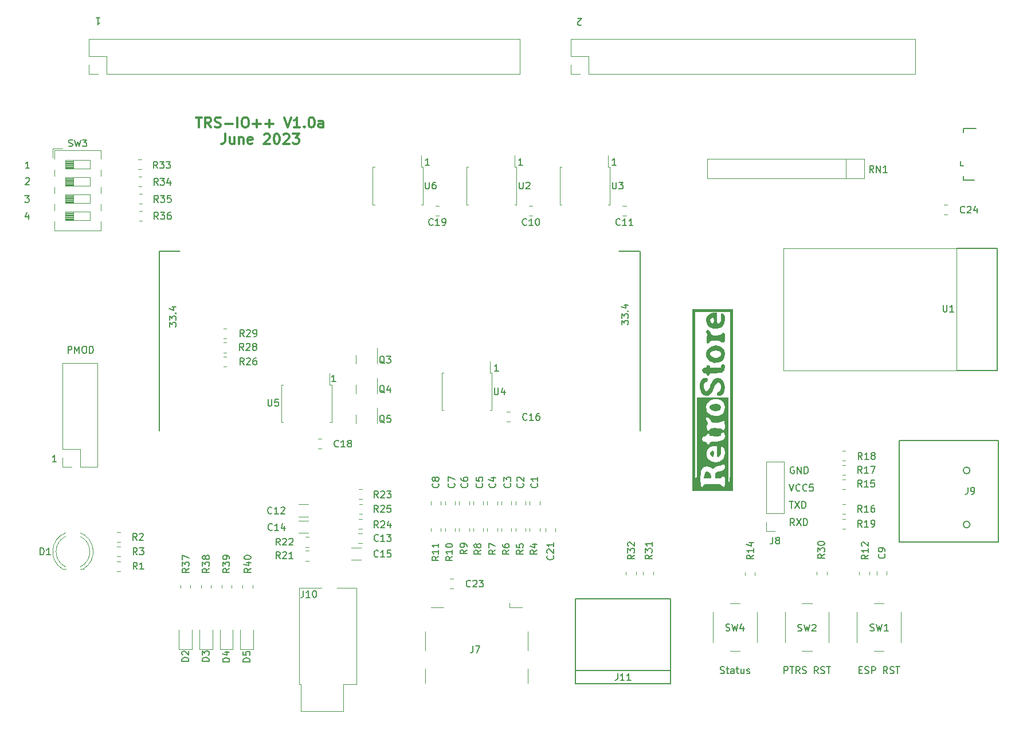
<source format=gbr>
%TF.GenerationSoftware,KiCad,Pcbnew,(6.0.11)*%
%TF.CreationDate,2023-06-18T20:35:24-07:00*%
%TF.ProjectId,TRS-IO++,5452532d-494f-42b2-9b2e-6b696361645f,rev?*%
%TF.SameCoordinates,Original*%
%TF.FileFunction,Legend,Top*%
%TF.FilePolarity,Positive*%
%FSLAX46Y46*%
G04 Gerber Fmt 4.6, Leading zero omitted, Abs format (unit mm)*
G04 Created by KiCad (PCBNEW (6.0.11)) date 2023-06-18 20:35:24*
%MOMM*%
%LPD*%
G01*
G04 APERTURE LIST*
%ADD10C,0.150000*%
%ADD11C,0.300000*%
%ADD12C,0.120000*%
%ADD13C,0.050000*%
G04 APERTURE END LIST*
D10*
X149774414Y-70200780D02*
X149202985Y-70200780D01*
X149488700Y-70200780D02*
X149488700Y-69200780D01*
X149393461Y-69343638D01*
X149298223Y-69438876D01*
X149202985Y-69486495D01*
X62538185Y-72140819D02*
X62585804Y-72093200D01*
X62681042Y-72045580D01*
X62919138Y-72045580D01*
X63014376Y-72093200D01*
X63061995Y-72140819D01*
X63109614Y-72236057D01*
X63109614Y-72331295D01*
X63061995Y-72474152D01*
X62490566Y-73045580D01*
X63109614Y-73045580D01*
X67087714Y-113990380D02*
X66516285Y-113990380D01*
X66802000Y-113990380D02*
X66802000Y-112990380D01*
X66706761Y-113133238D01*
X66611523Y-113228476D01*
X66516285Y-113276095D01*
X185676128Y-144708571D02*
X186009461Y-144708571D01*
X186152319Y-145232380D02*
X185676128Y-145232380D01*
X185676128Y-144232380D01*
X186152319Y-144232380D01*
X186533271Y-145184761D02*
X186676128Y-145232380D01*
X186914223Y-145232380D01*
X187009461Y-145184761D01*
X187057080Y-145137142D01*
X187104700Y-145041904D01*
X187104700Y-144946666D01*
X187057080Y-144851428D01*
X187009461Y-144803809D01*
X186914223Y-144756190D01*
X186723747Y-144708571D01*
X186628509Y-144660952D01*
X186580890Y-144613333D01*
X186533271Y-144518095D01*
X186533271Y-144422857D01*
X186580890Y-144327619D01*
X186628509Y-144280000D01*
X186723747Y-144232380D01*
X186961842Y-144232380D01*
X187104700Y-144280000D01*
X187533271Y-145232380D02*
X187533271Y-144232380D01*
X187914223Y-144232380D01*
X188009461Y-144280000D01*
X188057080Y-144327619D01*
X188104700Y-144422857D01*
X188104700Y-144565714D01*
X188057080Y-144660952D01*
X188009461Y-144708571D01*
X187914223Y-144756190D01*
X187533271Y-144756190D01*
X189866604Y-145232380D02*
X189533271Y-144756190D01*
X189295176Y-145232380D02*
X189295176Y-144232380D01*
X189676128Y-144232380D01*
X189771366Y-144280000D01*
X189818985Y-144327619D01*
X189866604Y-144422857D01*
X189866604Y-144565714D01*
X189818985Y-144660952D01*
X189771366Y-144708571D01*
X189676128Y-144756190D01*
X189295176Y-144756190D01*
X190247557Y-145184761D02*
X190390414Y-145232380D01*
X190628509Y-145232380D01*
X190723747Y-145184761D01*
X190771366Y-145137142D01*
X190818985Y-145041904D01*
X190818985Y-144946666D01*
X190771366Y-144851428D01*
X190723747Y-144803809D01*
X190628509Y-144756190D01*
X190438033Y-144708571D01*
X190342795Y-144660952D01*
X190295176Y-144613333D01*
X190247557Y-144518095D01*
X190247557Y-144422857D01*
X190295176Y-144327619D01*
X190342795Y-144280000D01*
X190438033Y-144232380D01*
X190676128Y-144232380D01*
X190818985Y-144280000D01*
X191104700Y-144232380D02*
X191676128Y-144232380D01*
X191390414Y-145232380D02*
X191390414Y-144232380D01*
X62963576Y-77509714D02*
X62963576Y-78176380D01*
X62725480Y-77128761D02*
X62487385Y-77843047D01*
X63106433Y-77843047D01*
D11*
X87715500Y-63147471D02*
X88572642Y-63147471D01*
X88144071Y-64647471D02*
X88144071Y-63147471D01*
X89929785Y-64647471D02*
X89429785Y-63933185D01*
X89072642Y-64647471D02*
X89072642Y-63147471D01*
X89644071Y-63147471D01*
X89786928Y-63218900D01*
X89858357Y-63290328D01*
X89929785Y-63433185D01*
X89929785Y-63647471D01*
X89858357Y-63790328D01*
X89786928Y-63861757D01*
X89644071Y-63933185D01*
X89072642Y-63933185D01*
X90501214Y-64576042D02*
X90715500Y-64647471D01*
X91072642Y-64647471D01*
X91215500Y-64576042D01*
X91286928Y-64504614D01*
X91358357Y-64361757D01*
X91358357Y-64218900D01*
X91286928Y-64076042D01*
X91215500Y-64004614D01*
X91072642Y-63933185D01*
X90786928Y-63861757D01*
X90644071Y-63790328D01*
X90572642Y-63718900D01*
X90501214Y-63576042D01*
X90501214Y-63433185D01*
X90572642Y-63290328D01*
X90644071Y-63218900D01*
X90786928Y-63147471D01*
X91144071Y-63147471D01*
X91358357Y-63218900D01*
X92001214Y-64076042D02*
X93144071Y-64076042D01*
X93858357Y-64647471D02*
X93858357Y-63147471D01*
X94858357Y-63147471D02*
X95144071Y-63147471D01*
X95286928Y-63218900D01*
X95429785Y-63361757D01*
X95501214Y-63647471D01*
X95501214Y-64147471D01*
X95429785Y-64433185D01*
X95286928Y-64576042D01*
X95144071Y-64647471D01*
X94858357Y-64647471D01*
X94715500Y-64576042D01*
X94572642Y-64433185D01*
X94501214Y-64147471D01*
X94501214Y-63647471D01*
X94572642Y-63361757D01*
X94715500Y-63218900D01*
X94858357Y-63147471D01*
X96144071Y-64076042D02*
X97286928Y-64076042D01*
X96715500Y-64647471D02*
X96715500Y-63504614D01*
X98001214Y-64076042D02*
X99144071Y-64076042D01*
X98572642Y-64647471D02*
X98572642Y-63504614D01*
X100786928Y-63147471D02*
X101286928Y-64647471D01*
X101786928Y-63147471D01*
X103072642Y-64647471D02*
X102215500Y-64647471D01*
X102644071Y-64647471D02*
X102644071Y-63147471D01*
X102501214Y-63361757D01*
X102358357Y-63504614D01*
X102215500Y-63576042D01*
X103715500Y-64504614D02*
X103786928Y-64576042D01*
X103715500Y-64647471D01*
X103644071Y-64576042D01*
X103715500Y-64504614D01*
X103715500Y-64647471D01*
X104715500Y-63147471D02*
X104858357Y-63147471D01*
X105001214Y-63218900D01*
X105072642Y-63290328D01*
X105144071Y-63433185D01*
X105215500Y-63718900D01*
X105215500Y-64076042D01*
X105144071Y-64361757D01*
X105072642Y-64504614D01*
X105001214Y-64576042D01*
X104858357Y-64647471D01*
X104715500Y-64647471D01*
X104572642Y-64576042D01*
X104501214Y-64504614D01*
X104429785Y-64361757D01*
X104358357Y-64076042D01*
X104358357Y-63718900D01*
X104429785Y-63433185D01*
X104501214Y-63290328D01*
X104572642Y-63218900D01*
X104715500Y-63147471D01*
X106501214Y-64647471D02*
X106501214Y-63861757D01*
X106429785Y-63718900D01*
X106286928Y-63647471D01*
X106001214Y-63647471D01*
X105858357Y-63718900D01*
X106501214Y-64576042D02*
X106358357Y-64647471D01*
X106001214Y-64647471D01*
X105858357Y-64576042D01*
X105786928Y-64433185D01*
X105786928Y-64290328D01*
X105858357Y-64147471D01*
X106001214Y-64076042D01*
X106358357Y-64076042D01*
X106501214Y-64004614D01*
X92001214Y-65562471D02*
X92001214Y-66633900D01*
X91929785Y-66848185D01*
X91786928Y-66991042D01*
X91572642Y-67062471D01*
X91429785Y-67062471D01*
X93358357Y-66062471D02*
X93358357Y-67062471D01*
X92715500Y-66062471D02*
X92715500Y-66848185D01*
X92786928Y-66991042D01*
X92929785Y-67062471D01*
X93144071Y-67062471D01*
X93286928Y-66991042D01*
X93358357Y-66919614D01*
X94072642Y-66062471D02*
X94072642Y-67062471D01*
X94072642Y-66205328D02*
X94144071Y-66133900D01*
X94286928Y-66062471D01*
X94501214Y-66062471D01*
X94644071Y-66133900D01*
X94715500Y-66276757D01*
X94715500Y-67062471D01*
X96001214Y-66991042D02*
X95858357Y-67062471D01*
X95572642Y-67062471D01*
X95429785Y-66991042D01*
X95358357Y-66848185D01*
X95358357Y-66276757D01*
X95429785Y-66133900D01*
X95572642Y-66062471D01*
X95858357Y-66062471D01*
X96001214Y-66133900D01*
X96072642Y-66276757D01*
X96072642Y-66419614D01*
X95358357Y-66562471D01*
X97786928Y-65705328D02*
X97858357Y-65633900D01*
X98001214Y-65562471D01*
X98358357Y-65562471D01*
X98501214Y-65633900D01*
X98572642Y-65705328D01*
X98644071Y-65848185D01*
X98644071Y-65991042D01*
X98572642Y-66205328D01*
X97715500Y-67062471D01*
X98644071Y-67062471D01*
X99572642Y-65562471D02*
X99715500Y-65562471D01*
X99858357Y-65633900D01*
X99929785Y-65705328D01*
X100001214Y-65848185D01*
X100072642Y-66133900D01*
X100072642Y-66491042D01*
X100001214Y-66776757D01*
X99929785Y-66919614D01*
X99858357Y-66991042D01*
X99715500Y-67062471D01*
X99572642Y-67062471D01*
X99429785Y-66991042D01*
X99358357Y-66919614D01*
X99286928Y-66776757D01*
X99215500Y-66491042D01*
X99215500Y-66133900D01*
X99286928Y-65848185D01*
X99358357Y-65705328D01*
X99429785Y-65633900D01*
X99572642Y-65562471D01*
X100644071Y-65705328D02*
X100715500Y-65633900D01*
X100858357Y-65562471D01*
X101215500Y-65562471D01*
X101358357Y-65633900D01*
X101429785Y-65705328D01*
X101501214Y-65848185D01*
X101501214Y-65991042D01*
X101429785Y-66205328D01*
X100572642Y-67062471D01*
X101501214Y-67062471D01*
X102001214Y-65562471D02*
X102929785Y-65562471D01*
X102429785Y-66133900D01*
X102644071Y-66133900D01*
X102786928Y-66205328D01*
X102858357Y-66276757D01*
X102929785Y-66419614D01*
X102929785Y-66776757D01*
X102858357Y-66919614D01*
X102786928Y-66991042D01*
X102644071Y-67062471D01*
X102215500Y-67062471D01*
X102072642Y-66991042D01*
X102001214Y-66919614D01*
D10*
X62439766Y-74687180D02*
X63058814Y-74687180D01*
X62725480Y-75068133D01*
X62868338Y-75068133D01*
X62963576Y-75115752D01*
X63011195Y-75163371D01*
X63058814Y-75258609D01*
X63058814Y-75496704D01*
X63011195Y-75591942D01*
X62963576Y-75639561D01*
X62868338Y-75687180D01*
X62582623Y-75687180D01*
X62487385Y-75639561D01*
X62439766Y-75591942D01*
X176055123Y-114765200D02*
X175959885Y-114717580D01*
X175817028Y-114717580D01*
X175674171Y-114765200D01*
X175578933Y-114860438D01*
X175531314Y-114955676D01*
X175483695Y-115146152D01*
X175483695Y-115289009D01*
X175531314Y-115479485D01*
X175578933Y-115574723D01*
X175674171Y-115669961D01*
X175817028Y-115717580D01*
X175912266Y-115717580D01*
X176055123Y-115669961D01*
X176102742Y-115622342D01*
X176102742Y-115289009D01*
X175912266Y-115289009D01*
X176531314Y-115717580D02*
X176531314Y-114717580D01*
X177102742Y-115717580D01*
X177102742Y-114717580D01*
X177578933Y-115717580D02*
X177578933Y-114717580D01*
X177817028Y-114717580D01*
X177959885Y-114765200D01*
X178055123Y-114860438D01*
X178102742Y-114955676D01*
X178150361Y-115146152D01*
X178150361Y-115289009D01*
X178102742Y-115479485D01*
X178055123Y-115574723D01*
X177959885Y-115669961D01*
X177817028Y-115717580D01*
X177578933Y-115717580D01*
X144643614Y-49423579D02*
X144595995Y-49471199D01*
X144500757Y-49518818D01*
X144262661Y-49518818D01*
X144167423Y-49471199D01*
X144119804Y-49423579D01*
X144072185Y-49328341D01*
X144072185Y-49233103D01*
X144119804Y-49090246D01*
X144691233Y-48518818D01*
X144072185Y-48518818D01*
X165183333Y-145184761D02*
X165326190Y-145232380D01*
X165564285Y-145232380D01*
X165659523Y-145184761D01*
X165707142Y-145137142D01*
X165754761Y-145041904D01*
X165754761Y-144946666D01*
X165707142Y-144851428D01*
X165659523Y-144803809D01*
X165564285Y-144756190D01*
X165373809Y-144708571D01*
X165278571Y-144660952D01*
X165230952Y-144613333D01*
X165183333Y-144518095D01*
X165183333Y-144422857D01*
X165230952Y-144327619D01*
X165278571Y-144280000D01*
X165373809Y-144232380D01*
X165611904Y-144232380D01*
X165754761Y-144280000D01*
X166040476Y-144565714D02*
X166421428Y-144565714D01*
X166183333Y-144232380D02*
X166183333Y-145089523D01*
X166230952Y-145184761D01*
X166326190Y-145232380D01*
X166421428Y-145232380D01*
X167183333Y-145232380D02*
X167183333Y-144708571D01*
X167135714Y-144613333D01*
X167040476Y-144565714D01*
X166850000Y-144565714D01*
X166754761Y-144613333D01*
X167183333Y-145184761D02*
X167088095Y-145232380D01*
X166850000Y-145232380D01*
X166754761Y-145184761D01*
X166707142Y-145089523D01*
X166707142Y-144994285D01*
X166754761Y-144899047D01*
X166850000Y-144851428D01*
X167088095Y-144851428D01*
X167183333Y-144803809D01*
X167516666Y-144565714D02*
X167897619Y-144565714D01*
X167659523Y-144232380D02*
X167659523Y-145089523D01*
X167707142Y-145184761D01*
X167802380Y-145232380D01*
X167897619Y-145232380D01*
X168659523Y-144565714D02*
X168659523Y-145232380D01*
X168230952Y-144565714D02*
X168230952Y-145089523D01*
X168278571Y-145184761D01*
X168373809Y-145232380D01*
X168516666Y-145232380D01*
X168611904Y-145184761D01*
X168659523Y-145137142D01*
X169088095Y-145184761D02*
X169183333Y-145232380D01*
X169373809Y-145232380D01*
X169469047Y-145184761D01*
X169516666Y-145089523D01*
X169516666Y-145041904D01*
X169469047Y-144946666D01*
X169373809Y-144899047D01*
X169230952Y-144899047D01*
X169135714Y-144851428D01*
X169088095Y-144756190D01*
X169088095Y-144708571D01*
X169135714Y-144613333D01*
X169230952Y-144565714D01*
X169373809Y-144565714D01*
X169469047Y-144613333D01*
X122190014Y-70200780D02*
X121618585Y-70200780D01*
X121904300Y-70200780D02*
X121904300Y-69200780D01*
X121809061Y-69343638D01*
X121713823Y-69438876D01*
X121618585Y-69486495D01*
X175388457Y-117308380D02*
X175721790Y-118308380D01*
X176055123Y-117308380D01*
X176959885Y-118213142D02*
X176912266Y-118260761D01*
X176769409Y-118308380D01*
X176674171Y-118308380D01*
X176531314Y-118260761D01*
X176436076Y-118165523D01*
X176388457Y-118070285D01*
X176340838Y-117879809D01*
X176340838Y-117736952D01*
X176388457Y-117546476D01*
X176436076Y-117451238D01*
X176531314Y-117356000D01*
X176674171Y-117308380D01*
X176769409Y-117308380D01*
X176912266Y-117356000D01*
X176959885Y-117403619D01*
X177959885Y-118213142D02*
X177912266Y-118260761D01*
X177769409Y-118308380D01*
X177674171Y-118308380D01*
X177531314Y-118260761D01*
X177436076Y-118165523D01*
X177388457Y-118070285D01*
X177340838Y-117879809D01*
X177340838Y-117736952D01*
X177388457Y-117546476D01*
X177436076Y-117451238D01*
X177531314Y-117356000D01*
X177674171Y-117308380D01*
X177769409Y-117308380D01*
X177912266Y-117356000D01*
X177959885Y-117403619D01*
X178864647Y-117308380D02*
X178388457Y-117308380D01*
X178340838Y-117784571D01*
X178388457Y-117736952D01*
X178483695Y-117689333D01*
X178721790Y-117689333D01*
X178817028Y-117736952D01*
X178864647Y-117784571D01*
X178912266Y-117879809D01*
X178912266Y-118117904D01*
X178864647Y-118213142D01*
X178817028Y-118260761D01*
X178721790Y-118308380D01*
X178483695Y-118308380D01*
X178388457Y-118260761D01*
X178340838Y-118213142D01*
X176102742Y-123388380D02*
X175769409Y-122912190D01*
X175531314Y-123388380D02*
X175531314Y-122388380D01*
X175912266Y-122388380D01*
X176007504Y-122436000D01*
X176055123Y-122483619D01*
X176102742Y-122578857D01*
X176102742Y-122721714D01*
X176055123Y-122816952D01*
X176007504Y-122864571D01*
X175912266Y-122912190D01*
X175531314Y-122912190D01*
X176436076Y-122388380D02*
X177102742Y-123388380D01*
X177102742Y-122388380D02*
X176436076Y-123388380D01*
X177483695Y-123388380D02*
X177483695Y-122388380D01*
X177721790Y-122388380D01*
X177864647Y-122436000D01*
X177959885Y-122531238D01*
X178007504Y-122626476D01*
X178055123Y-122816952D01*
X178055123Y-122959809D01*
X178007504Y-123150285D01*
X177959885Y-123245523D01*
X177864647Y-123340761D01*
X177721790Y-123388380D01*
X177483695Y-123388380D01*
X135956814Y-70200780D02*
X135385385Y-70200780D01*
X135671100Y-70200780D02*
X135671100Y-69200780D01*
X135575861Y-69343638D01*
X135480623Y-69438876D01*
X135385385Y-69486495D01*
X132390064Y-100579180D02*
X131818635Y-100579180D01*
X132104350Y-100579180D02*
X132104350Y-99579180D01*
X132009111Y-99722038D01*
X131913873Y-99817276D01*
X131818635Y-99864895D01*
X68805657Y-97937580D02*
X68805657Y-96937580D01*
X69186609Y-96937580D01*
X69281847Y-96985200D01*
X69329466Y-97032819D01*
X69377085Y-97128057D01*
X69377085Y-97270914D01*
X69329466Y-97366152D01*
X69281847Y-97413771D01*
X69186609Y-97461390D01*
X68805657Y-97461390D01*
X69805657Y-97937580D02*
X69805657Y-96937580D01*
X70138990Y-97651866D01*
X70472323Y-96937580D01*
X70472323Y-97937580D01*
X71138990Y-96937580D02*
X71329466Y-96937580D01*
X71424704Y-96985200D01*
X71519942Y-97080438D01*
X71567561Y-97270914D01*
X71567561Y-97604247D01*
X71519942Y-97794723D01*
X71424704Y-97889961D01*
X71329466Y-97937580D01*
X71138990Y-97937580D01*
X71043752Y-97889961D01*
X70948514Y-97794723D01*
X70900895Y-97604247D01*
X70900895Y-97270914D01*
X70948514Y-97080438D01*
X71043752Y-96985200D01*
X71138990Y-96937580D01*
X71996133Y-97937580D02*
X71996133Y-96937580D01*
X72234228Y-96937580D01*
X72377085Y-96985200D01*
X72472323Y-97080438D01*
X72519942Y-97175676D01*
X72567561Y-97366152D01*
X72567561Y-97509009D01*
X72519942Y-97699485D01*
X72472323Y-97794723D01*
X72377085Y-97889961D01*
X72234228Y-97937580D01*
X71996133Y-97937580D01*
X174595257Y-145232380D02*
X174595257Y-144232380D01*
X174976209Y-144232380D01*
X175071447Y-144280000D01*
X175119066Y-144327619D01*
X175166685Y-144422857D01*
X175166685Y-144565714D01*
X175119066Y-144660952D01*
X175071447Y-144708571D01*
X174976209Y-144756190D01*
X174595257Y-144756190D01*
X175452400Y-144232380D02*
X176023828Y-144232380D01*
X175738114Y-145232380D02*
X175738114Y-144232380D01*
X176928590Y-145232380D02*
X176595257Y-144756190D01*
X176357161Y-145232380D02*
X176357161Y-144232380D01*
X176738114Y-144232380D01*
X176833352Y-144280000D01*
X176880971Y-144327619D01*
X176928590Y-144422857D01*
X176928590Y-144565714D01*
X176880971Y-144660952D01*
X176833352Y-144708571D01*
X176738114Y-144756190D01*
X176357161Y-144756190D01*
X177309542Y-145184761D02*
X177452400Y-145232380D01*
X177690495Y-145232380D01*
X177785733Y-145184761D01*
X177833352Y-145137142D01*
X177880971Y-145041904D01*
X177880971Y-144946666D01*
X177833352Y-144851428D01*
X177785733Y-144803809D01*
X177690495Y-144756190D01*
X177500019Y-144708571D01*
X177404780Y-144660952D01*
X177357161Y-144613333D01*
X177309542Y-144518095D01*
X177309542Y-144422857D01*
X177357161Y-144327619D01*
X177404780Y-144280000D01*
X177500019Y-144232380D01*
X177738114Y-144232380D01*
X177880971Y-144280000D01*
X179642876Y-145232380D02*
X179309542Y-144756190D01*
X179071447Y-145232380D02*
X179071447Y-144232380D01*
X179452400Y-144232380D01*
X179547638Y-144280000D01*
X179595257Y-144327619D01*
X179642876Y-144422857D01*
X179642876Y-144565714D01*
X179595257Y-144660952D01*
X179547638Y-144708571D01*
X179452400Y-144756190D01*
X179071447Y-144756190D01*
X180023828Y-145184761D02*
X180166685Y-145232380D01*
X180404780Y-145232380D01*
X180500019Y-145184761D01*
X180547638Y-145137142D01*
X180595257Y-145041904D01*
X180595257Y-144946666D01*
X180547638Y-144851428D01*
X180500019Y-144803809D01*
X180404780Y-144756190D01*
X180214304Y-144708571D01*
X180119066Y-144660952D01*
X180071447Y-144613333D01*
X180023828Y-144518095D01*
X180023828Y-144422857D01*
X180071447Y-144327619D01*
X180119066Y-144280000D01*
X180214304Y-144232380D01*
X180452400Y-144232380D01*
X180595257Y-144280000D01*
X180880971Y-144232380D02*
X181452400Y-144232380D01*
X181166685Y-145232380D02*
X181166685Y-144232380D01*
X175388457Y-119848380D02*
X175959885Y-119848380D01*
X175674171Y-120848380D02*
X175674171Y-119848380D01*
X176197981Y-119848380D02*
X176864647Y-120848380D01*
X176864647Y-119848380D02*
X176197981Y-120848380D01*
X177245600Y-120848380D02*
X177245600Y-119848380D01*
X177483695Y-119848380D01*
X177626552Y-119896000D01*
X177721790Y-119991238D01*
X177769409Y-120086476D01*
X177817028Y-120276952D01*
X177817028Y-120419809D01*
X177769409Y-120610285D01*
X177721790Y-120705523D01*
X177626552Y-120800761D01*
X177483695Y-120848380D01*
X177245600Y-120848380D01*
X63109614Y-70657980D02*
X62538185Y-70657980D01*
X62823900Y-70657980D02*
X62823900Y-69657980D01*
X62728661Y-69800838D01*
X62633423Y-69896076D01*
X62538185Y-69943695D01*
X72952185Y-48468019D02*
X73523614Y-48468019D01*
X73237900Y-48468019D02*
X73237900Y-49468019D01*
X73333138Y-49325161D01*
X73428376Y-49229923D01*
X73523614Y-49182304D01*
X108337314Y-102153980D02*
X107765885Y-102153980D01*
X108051600Y-102153980D02*
X108051600Y-101153980D01*
X107956361Y-101296838D01*
X107861123Y-101392076D01*
X107765885Y-101439695D01*
%TO.C,U5*%
X98348895Y-104760780D02*
X98348895Y-105570304D01*
X98396514Y-105665542D01*
X98444133Y-105713161D01*
X98539371Y-105760780D01*
X98729847Y-105760780D01*
X98825085Y-105713161D01*
X98872704Y-105665542D01*
X98920323Y-105570304D01*
X98920323Y-104760780D01*
X99872704Y-104760780D02*
X99396514Y-104760780D01*
X99348895Y-105236971D01*
X99396514Y-105189352D01*
X99491752Y-105141733D01*
X99729847Y-105141733D01*
X99825085Y-105189352D01*
X99872704Y-105236971D01*
X99920323Y-105332209D01*
X99920323Y-105570304D01*
X99872704Y-105665542D01*
X99825085Y-105713161D01*
X99729847Y-105760780D01*
X99491752Y-105760780D01*
X99396514Y-105713161D01*
X99348895Y-105665542D01*
%TO.C,U4*%
X131810395Y-103084380D02*
X131810395Y-103893904D01*
X131858014Y-103989142D01*
X131905633Y-104036761D01*
X132000871Y-104084380D01*
X132191347Y-104084380D01*
X132286585Y-104036761D01*
X132334204Y-103989142D01*
X132381823Y-103893904D01*
X132381823Y-103084380D01*
X133286585Y-103417714D02*
X133286585Y-104084380D01*
X133048490Y-103036761D02*
X132810395Y-103751047D01*
X133429442Y-103751047D01*
%TO.C,U3*%
X149234795Y-72705980D02*
X149234795Y-73515504D01*
X149282414Y-73610742D01*
X149330033Y-73658361D01*
X149425271Y-73705980D01*
X149615747Y-73705980D01*
X149710985Y-73658361D01*
X149758604Y-73610742D01*
X149806223Y-73515504D01*
X149806223Y-72705980D01*
X150187176Y-72705980D02*
X150806223Y-72705980D01*
X150472890Y-73086933D01*
X150615747Y-73086933D01*
X150710985Y-73134552D01*
X150758604Y-73182171D01*
X150806223Y-73277409D01*
X150806223Y-73515504D01*
X150758604Y-73610742D01*
X150710985Y-73658361D01*
X150615747Y-73705980D01*
X150330033Y-73705980D01*
X150234795Y-73658361D01*
X150187176Y-73610742D01*
%TO.C,U2*%
X135467995Y-72705980D02*
X135467995Y-73515504D01*
X135515614Y-73610742D01*
X135563233Y-73658361D01*
X135658471Y-73705980D01*
X135848947Y-73705980D01*
X135944185Y-73658361D01*
X135991804Y-73610742D01*
X136039423Y-73515504D01*
X136039423Y-72705980D01*
X136467995Y-72801219D02*
X136515614Y-72753600D01*
X136610852Y-72705980D01*
X136848947Y-72705980D01*
X136944185Y-72753600D01*
X136991804Y-72801219D01*
X137039423Y-72896457D01*
X137039423Y-72991695D01*
X136991804Y-73134552D01*
X136420376Y-73705980D01*
X137039423Y-73705980D01*
%TO.C,U6*%
X121599595Y-72705980D02*
X121599595Y-73515504D01*
X121647214Y-73610742D01*
X121694833Y-73658361D01*
X121790071Y-73705980D01*
X121980547Y-73705980D01*
X122075785Y-73658361D01*
X122123404Y-73610742D01*
X122171023Y-73515504D01*
X122171023Y-72705980D01*
X123075785Y-72705980D02*
X122885309Y-72705980D01*
X122790071Y-72753600D01*
X122742452Y-72801219D01*
X122647214Y-72944076D01*
X122599595Y-73134552D01*
X122599595Y-73515504D01*
X122647214Y-73610742D01*
X122694833Y-73658361D01*
X122790071Y-73705980D01*
X122980547Y-73705980D01*
X123075785Y-73658361D01*
X123123404Y-73610742D01*
X123171023Y-73515504D01*
X123171023Y-73277409D01*
X123123404Y-73182171D01*
X123075785Y-73134552D01*
X122980547Y-73086933D01*
X122790071Y-73086933D01*
X122694833Y-73134552D01*
X122647214Y-73182171D01*
X122599595Y-73277409D01*
%TO.C,SW4*%
X166001866Y-138884361D02*
X166144723Y-138931980D01*
X166382819Y-138931980D01*
X166478057Y-138884361D01*
X166525676Y-138836742D01*
X166573295Y-138741504D01*
X166573295Y-138646266D01*
X166525676Y-138551028D01*
X166478057Y-138503409D01*
X166382819Y-138455790D01*
X166192342Y-138408171D01*
X166097104Y-138360552D01*
X166049485Y-138312933D01*
X166001866Y-138217695D01*
X166001866Y-138122457D01*
X166049485Y-138027219D01*
X166097104Y-137979600D01*
X166192342Y-137931980D01*
X166430438Y-137931980D01*
X166573295Y-137979600D01*
X166906628Y-137931980D02*
X167144723Y-138931980D01*
X167335200Y-138217695D01*
X167525676Y-138931980D01*
X167763771Y-137931980D01*
X168573295Y-138265314D02*
X168573295Y-138931980D01*
X168335200Y-137884361D02*
X168097104Y-138598647D01*
X168716152Y-138598647D01*
%TO.C,R33*%
X82043842Y-70657980D02*
X81710509Y-70181790D01*
X81472414Y-70657980D02*
X81472414Y-69657980D01*
X81853366Y-69657980D01*
X81948604Y-69705600D01*
X81996223Y-69753219D01*
X82043842Y-69848457D01*
X82043842Y-69991314D01*
X81996223Y-70086552D01*
X81948604Y-70134171D01*
X81853366Y-70181790D01*
X81472414Y-70181790D01*
X82377176Y-69657980D02*
X82996223Y-69657980D01*
X82662890Y-70038933D01*
X82805747Y-70038933D01*
X82900985Y-70086552D01*
X82948604Y-70134171D01*
X82996223Y-70229409D01*
X82996223Y-70467504D01*
X82948604Y-70562742D01*
X82900985Y-70610361D01*
X82805747Y-70657980D01*
X82520033Y-70657980D01*
X82424795Y-70610361D01*
X82377176Y-70562742D01*
X83329557Y-69657980D02*
X83948604Y-69657980D01*
X83615271Y-70038933D01*
X83758128Y-70038933D01*
X83853366Y-70086552D01*
X83900985Y-70134171D01*
X83948604Y-70229409D01*
X83948604Y-70467504D01*
X83900985Y-70562742D01*
X83853366Y-70610361D01*
X83758128Y-70657980D01*
X83472414Y-70657980D01*
X83377176Y-70610361D01*
X83329557Y-70562742D01*
%TO.C,R39*%
X92670612Y-129725657D02*
X92194422Y-130058990D01*
X92670612Y-130297085D02*
X91670612Y-130297085D01*
X91670612Y-129916133D01*
X91718232Y-129820895D01*
X91765851Y-129773276D01*
X91861089Y-129725657D01*
X92003946Y-129725657D01*
X92099184Y-129773276D01*
X92146803Y-129820895D01*
X92194422Y-129916133D01*
X92194422Y-130297085D01*
X91670612Y-129392323D02*
X91670612Y-128773276D01*
X92051565Y-129106609D01*
X92051565Y-128963752D01*
X92099184Y-128868514D01*
X92146803Y-128820895D01*
X92242041Y-128773276D01*
X92480136Y-128773276D01*
X92575374Y-128820895D01*
X92622993Y-128868514D01*
X92670612Y-128963752D01*
X92670612Y-129249466D01*
X92622993Y-129344704D01*
X92575374Y-129392323D01*
X92670612Y-128297085D02*
X92670612Y-128106609D01*
X92622993Y-128011371D01*
X92575374Y-127963752D01*
X92432517Y-127868514D01*
X92242041Y-127820895D01*
X91861089Y-127820895D01*
X91765851Y-127868514D01*
X91718232Y-127916133D01*
X91670612Y-128011371D01*
X91670612Y-128201847D01*
X91718232Y-128297085D01*
X91765851Y-128344704D01*
X91861089Y-128392323D01*
X92099184Y-128392323D01*
X92194422Y-128344704D01*
X92242041Y-128297085D01*
X92289660Y-128201847D01*
X92289660Y-128011371D01*
X92242041Y-127916133D01*
X92194422Y-127868514D01*
X92099184Y-127820895D01*
%TO.C,C15*%
X114637541Y-127959741D02*
X114589922Y-128007360D01*
X114447065Y-128054979D01*
X114351827Y-128054979D01*
X114208970Y-128007360D01*
X114113732Y-127912122D01*
X114066113Y-127816884D01*
X114018494Y-127626408D01*
X114018494Y-127483551D01*
X114066113Y-127293075D01*
X114113732Y-127197837D01*
X114208970Y-127102599D01*
X114351827Y-127054979D01*
X114447065Y-127054979D01*
X114589922Y-127102599D01*
X114637541Y-127150218D01*
X115589922Y-128054979D02*
X115018494Y-128054979D01*
X115304208Y-128054979D02*
X115304208Y-127054979D01*
X115208970Y-127197837D01*
X115113732Y-127293075D01*
X115018494Y-127340694D01*
X116494684Y-127054979D02*
X116018494Y-127054979D01*
X115970875Y-127531170D01*
X116018494Y-127483551D01*
X116113732Y-127435932D01*
X116351827Y-127435932D01*
X116447065Y-127483551D01*
X116494684Y-127531170D01*
X116542303Y-127626408D01*
X116542303Y-127864503D01*
X116494684Y-127959741D01*
X116447065Y-128007360D01*
X116351827Y-128054979D01*
X116113732Y-128054979D01*
X116018494Y-128007360D01*
X115970875Y-127959741D01*
%TO.C,R8*%
X129814580Y-127035266D02*
X129338390Y-127368600D01*
X129814580Y-127606695D02*
X128814580Y-127606695D01*
X128814580Y-127225742D01*
X128862200Y-127130504D01*
X128909819Y-127082885D01*
X129005057Y-127035266D01*
X129147914Y-127035266D01*
X129243152Y-127082885D01*
X129290771Y-127130504D01*
X129338390Y-127225742D01*
X129338390Y-127606695D01*
X129243152Y-126463838D02*
X129195533Y-126559076D01*
X129147914Y-126606695D01*
X129052676Y-126654314D01*
X129005057Y-126654314D01*
X128909819Y-126606695D01*
X128862200Y-126559076D01*
X128814580Y-126463838D01*
X128814580Y-126273361D01*
X128862200Y-126178123D01*
X128909819Y-126130504D01*
X129005057Y-126082885D01*
X129052676Y-126082885D01*
X129147914Y-126130504D01*
X129195533Y-126178123D01*
X129243152Y-126273361D01*
X129243152Y-126463838D01*
X129290771Y-126559076D01*
X129338390Y-126606695D01*
X129433628Y-126654314D01*
X129624104Y-126654314D01*
X129719342Y-126606695D01*
X129766961Y-126559076D01*
X129814580Y-126463838D01*
X129814580Y-126273361D01*
X129766961Y-126178123D01*
X129719342Y-126130504D01*
X129624104Y-126082885D01*
X129433628Y-126082885D01*
X129338390Y-126130504D01*
X129290771Y-126178123D01*
X129243152Y-126273361D01*
%TO.C,R40*%
X95822480Y-129725657D02*
X95346290Y-130058990D01*
X95822480Y-130297085D02*
X94822480Y-130297085D01*
X94822480Y-129916133D01*
X94870100Y-129820895D01*
X94917719Y-129773276D01*
X95012957Y-129725657D01*
X95155814Y-129725657D01*
X95251052Y-129773276D01*
X95298671Y-129820895D01*
X95346290Y-129916133D01*
X95346290Y-130297085D01*
X95155814Y-128868514D02*
X95822480Y-128868514D01*
X94774861Y-129106609D02*
X95489147Y-129344704D01*
X95489147Y-128725657D01*
X94822480Y-128154228D02*
X94822480Y-128058990D01*
X94870100Y-127963752D01*
X94917719Y-127916133D01*
X95012957Y-127868514D01*
X95203433Y-127820895D01*
X95441528Y-127820895D01*
X95632004Y-127868514D01*
X95727242Y-127916133D01*
X95774861Y-127963752D01*
X95822480Y-128058990D01*
X95822480Y-128154228D01*
X95774861Y-128249466D01*
X95727242Y-128297085D01*
X95632004Y-128344704D01*
X95441528Y-128392323D01*
X95203433Y-128392323D01*
X95012957Y-128344704D01*
X94917719Y-128297085D01*
X94870100Y-128249466D01*
X94822480Y-128154228D01*
%TO.C,SW3*%
X68907366Y-67398761D02*
X69050223Y-67446380D01*
X69288319Y-67446380D01*
X69383557Y-67398761D01*
X69431176Y-67351142D01*
X69478795Y-67255904D01*
X69478795Y-67160666D01*
X69431176Y-67065428D01*
X69383557Y-67017809D01*
X69288319Y-66970190D01*
X69097842Y-66922571D01*
X69002604Y-66874952D01*
X68954985Y-66827333D01*
X68907366Y-66732095D01*
X68907366Y-66636857D01*
X68954985Y-66541619D01*
X69002604Y-66494000D01*
X69097842Y-66446380D01*
X69335938Y-66446380D01*
X69478795Y-66494000D01*
X69812128Y-66446380D02*
X70050223Y-67446380D01*
X70240700Y-66732095D01*
X70431176Y-67446380D01*
X70669271Y-66446380D01*
X70954985Y-66446380D02*
X71574033Y-66446380D01*
X71240700Y-66827333D01*
X71383557Y-66827333D01*
X71478795Y-66874952D01*
X71526414Y-66922571D01*
X71574033Y-67017809D01*
X71574033Y-67255904D01*
X71526414Y-67351142D01*
X71478795Y-67398761D01*
X71383557Y-67446380D01*
X71097842Y-67446380D01*
X71002604Y-67398761D01*
X70954985Y-67351142D01*
%TO.C,R29*%
X94810342Y-95499180D02*
X94477009Y-95022990D01*
X94238914Y-95499180D02*
X94238914Y-94499180D01*
X94619866Y-94499180D01*
X94715104Y-94546800D01*
X94762723Y-94594419D01*
X94810342Y-94689657D01*
X94810342Y-94832514D01*
X94762723Y-94927752D01*
X94715104Y-94975371D01*
X94619866Y-95022990D01*
X94238914Y-95022990D01*
X95191295Y-94594419D02*
X95238914Y-94546800D01*
X95334152Y-94499180D01*
X95572247Y-94499180D01*
X95667485Y-94546800D01*
X95715104Y-94594419D01*
X95762723Y-94689657D01*
X95762723Y-94784895D01*
X95715104Y-94927752D01*
X95143676Y-95499180D01*
X95762723Y-95499180D01*
X96238914Y-95499180D02*
X96429390Y-95499180D01*
X96524628Y-95451561D01*
X96572247Y-95403942D01*
X96667485Y-95261085D01*
X96715104Y-95070609D01*
X96715104Y-94689657D01*
X96667485Y-94594419D01*
X96619866Y-94546800D01*
X96524628Y-94499180D01*
X96334152Y-94499180D01*
X96238914Y-94546800D01*
X96191295Y-94594419D01*
X96143676Y-94689657D01*
X96143676Y-94927752D01*
X96191295Y-95022990D01*
X96238914Y-95070609D01*
X96334152Y-95118228D01*
X96524628Y-95118228D01*
X96619866Y-95070609D01*
X96667485Y-95022990D01*
X96715104Y-94927752D01*
%TO.C,D3*%
X89630046Y-143451295D02*
X88630046Y-143451295D01*
X88630046Y-143213200D01*
X88677666Y-143070342D01*
X88772904Y-142975104D01*
X88868142Y-142927485D01*
X89058618Y-142879866D01*
X89201475Y-142879866D01*
X89391951Y-142927485D01*
X89487189Y-142975104D01*
X89582427Y-143070342D01*
X89630046Y-143213200D01*
X89630046Y-143451295D01*
X88630046Y-142546533D02*
X88630046Y-141927485D01*
X89010999Y-142260819D01*
X89010999Y-142117961D01*
X89058618Y-142022723D01*
X89106237Y-141975104D01*
X89201475Y-141927485D01*
X89439570Y-141927485D01*
X89534808Y-141975104D01*
X89582427Y-142022723D01*
X89630046Y-142117961D01*
X89630046Y-142403676D01*
X89582427Y-142498914D01*
X89534808Y-142546533D01*
%TO.C,C16*%
X136603042Y-107748342D02*
X136555423Y-107795961D01*
X136412566Y-107843580D01*
X136317328Y-107843580D01*
X136174471Y-107795961D01*
X136079233Y-107700723D01*
X136031614Y-107605485D01*
X135983995Y-107415009D01*
X135983995Y-107272152D01*
X136031614Y-107081676D01*
X136079233Y-106986438D01*
X136174471Y-106891200D01*
X136317328Y-106843580D01*
X136412566Y-106843580D01*
X136555423Y-106891200D01*
X136603042Y-106938819D01*
X137555423Y-107843580D02*
X136983995Y-107843580D01*
X137269709Y-107843580D02*
X137269709Y-106843580D01*
X137174471Y-106986438D01*
X137079233Y-107081676D01*
X136983995Y-107129295D01*
X138412566Y-106843580D02*
X138222090Y-106843580D01*
X138126852Y-106891200D01*
X138079233Y-106938819D01*
X137983995Y-107081676D01*
X137936376Y-107272152D01*
X137936376Y-107653104D01*
X137983995Y-107748342D01*
X138031614Y-107795961D01*
X138126852Y-107843580D01*
X138317328Y-107843580D01*
X138412566Y-107795961D01*
X138460185Y-107748342D01*
X138507804Y-107653104D01*
X138507804Y-107415009D01*
X138460185Y-107319771D01*
X138412566Y-107272152D01*
X138317328Y-107224533D01*
X138126852Y-107224533D01*
X138031614Y-107272152D01*
X137983995Y-107319771D01*
X137936376Y-107415009D01*
%TO.C,R10*%
X125598180Y-127968657D02*
X125121990Y-128301990D01*
X125598180Y-128540085D02*
X124598180Y-128540085D01*
X124598180Y-128159133D01*
X124645800Y-128063895D01*
X124693419Y-128016276D01*
X124788657Y-127968657D01*
X124931514Y-127968657D01*
X125026752Y-128016276D01*
X125074371Y-128063895D01*
X125121990Y-128159133D01*
X125121990Y-128540085D01*
X125598180Y-127016276D02*
X125598180Y-127587704D01*
X125598180Y-127301990D02*
X124598180Y-127301990D01*
X124741038Y-127397228D01*
X124836276Y-127492466D01*
X124883895Y-127587704D01*
X124598180Y-126397228D02*
X124598180Y-126301990D01*
X124645800Y-126206752D01*
X124693419Y-126159133D01*
X124788657Y-126111514D01*
X124979133Y-126063895D01*
X125217228Y-126063895D01*
X125407704Y-126111514D01*
X125502942Y-126159133D01*
X125550561Y-126206752D01*
X125598180Y-126301990D01*
X125598180Y-126397228D01*
X125550561Y-126492466D01*
X125502942Y-126540085D01*
X125407704Y-126587704D01*
X125217228Y-126635323D01*
X124979133Y-126635323D01*
X124788657Y-126587704D01*
X124693419Y-126540085D01*
X124645800Y-126492466D01*
X124598180Y-126397228D01*
%TO.C,R35*%
X82145442Y-75687180D02*
X81812109Y-75210990D01*
X81574014Y-75687180D02*
X81574014Y-74687180D01*
X81954966Y-74687180D01*
X82050204Y-74734800D01*
X82097823Y-74782419D01*
X82145442Y-74877657D01*
X82145442Y-75020514D01*
X82097823Y-75115752D01*
X82050204Y-75163371D01*
X81954966Y-75210990D01*
X81574014Y-75210990D01*
X82478776Y-74687180D02*
X83097823Y-74687180D01*
X82764490Y-75068133D01*
X82907347Y-75068133D01*
X83002585Y-75115752D01*
X83050204Y-75163371D01*
X83097823Y-75258609D01*
X83097823Y-75496704D01*
X83050204Y-75591942D01*
X83002585Y-75639561D01*
X82907347Y-75687180D01*
X82621633Y-75687180D01*
X82526395Y-75639561D01*
X82478776Y-75591942D01*
X84002585Y-74687180D02*
X83526395Y-74687180D01*
X83478776Y-75163371D01*
X83526395Y-75115752D01*
X83621633Y-75068133D01*
X83859728Y-75068133D01*
X83954966Y-75115752D01*
X84002585Y-75163371D01*
X84050204Y-75258609D01*
X84050204Y-75496704D01*
X84002585Y-75591942D01*
X83954966Y-75639561D01*
X83859728Y-75687180D01*
X83621633Y-75687180D01*
X83526395Y-75639561D01*
X83478776Y-75591942D01*
%TO.C,D2*%
X86643980Y-143451295D02*
X85643980Y-143451295D01*
X85643980Y-143213200D01*
X85691600Y-143070342D01*
X85786838Y-142975104D01*
X85882076Y-142927485D01*
X86072552Y-142879866D01*
X86215409Y-142879866D01*
X86405885Y-142927485D01*
X86501123Y-142975104D01*
X86596361Y-143070342D01*
X86643980Y-143213200D01*
X86643980Y-143451295D01*
X85739219Y-142498914D02*
X85691600Y-142451295D01*
X85643980Y-142356057D01*
X85643980Y-142117961D01*
X85691600Y-142022723D01*
X85739219Y-141975104D01*
X85834457Y-141927485D01*
X85929695Y-141927485D01*
X86072552Y-141975104D01*
X86643980Y-142546533D01*
X86643980Y-141927485D01*
%TO.C,R7*%
X131948180Y-127035266D02*
X131471990Y-127368600D01*
X131948180Y-127606695D02*
X130948180Y-127606695D01*
X130948180Y-127225742D01*
X130995800Y-127130504D01*
X131043419Y-127082885D01*
X131138657Y-127035266D01*
X131281514Y-127035266D01*
X131376752Y-127082885D01*
X131424371Y-127130504D01*
X131471990Y-127225742D01*
X131471990Y-127606695D01*
X130948180Y-126701933D02*
X130948180Y-126035266D01*
X131948180Y-126463838D01*
%TO.C,R14*%
X170073580Y-127744457D02*
X169597390Y-128077790D01*
X170073580Y-128315885D02*
X169073580Y-128315885D01*
X169073580Y-127934933D01*
X169121200Y-127839695D01*
X169168819Y-127792076D01*
X169264057Y-127744457D01*
X169406914Y-127744457D01*
X169502152Y-127792076D01*
X169549771Y-127839695D01*
X169597390Y-127934933D01*
X169597390Y-128315885D01*
X170073580Y-126792076D02*
X170073580Y-127363504D01*
X170073580Y-127077790D02*
X169073580Y-127077790D01*
X169216438Y-127173028D01*
X169311676Y-127268266D01*
X169359295Y-127363504D01*
X169406914Y-125934933D02*
X170073580Y-125934933D01*
X169025961Y-126173028D02*
X169740247Y-126411123D01*
X169740247Y-125792076D01*
%TO.C,R16*%
X186097942Y-121419880D02*
X185764609Y-120943690D01*
X185526514Y-121419880D02*
X185526514Y-120419880D01*
X185907466Y-120419880D01*
X186002704Y-120467500D01*
X186050323Y-120515119D01*
X186097942Y-120610357D01*
X186097942Y-120753214D01*
X186050323Y-120848452D01*
X186002704Y-120896071D01*
X185907466Y-120943690D01*
X185526514Y-120943690D01*
X187050323Y-121419880D02*
X186478895Y-121419880D01*
X186764609Y-121419880D02*
X186764609Y-120419880D01*
X186669371Y-120562738D01*
X186574133Y-120657976D01*
X186478895Y-120705595D01*
X187907466Y-120419880D02*
X187716990Y-120419880D01*
X187621752Y-120467500D01*
X187574133Y-120515119D01*
X187478895Y-120657976D01*
X187431276Y-120848452D01*
X187431276Y-121229404D01*
X187478895Y-121324642D01*
X187526514Y-121372261D01*
X187621752Y-121419880D01*
X187812228Y-121419880D01*
X187907466Y-121372261D01*
X187955085Y-121324642D01*
X188002704Y-121229404D01*
X188002704Y-120991309D01*
X187955085Y-120896071D01*
X187907466Y-120848452D01*
X187812228Y-120800833D01*
X187621752Y-120800833D01*
X187526514Y-120848452D01*
X187478895Y-120896071D01*
X187431276Y-120991309D01*
%TO.C,C12*%
X98923341Y-121575941D02*
X98875722Y-121623560D01*
X98732865Y-121671179D01*
X98637627Y-121671179D01*
X98494770Y-121623560D01*
X98399532Y-121528322D01*
X98351913Y-121433084D01*
X98304294Y-121242608D01*
X98304294Y-121099751D01*
X98351913Y-120909275D01*
X98399532Y-120814037D01*
X98494770Y-120718799D01*
X98637627Y-120671179D01*
X98732865Y-120671179D01*
X98875722Y-120718799D01*
X98923341Y-120766418D01*
X99875722Y-121671179D02*
X99304294Y-121671179D01*
X99590008Y-121671179D02*
X99590008Y-120671179D01*
X99494770Y-120814037D01*
X99399532Y-120909275D01*
X99304294Y-120956894D01*
X100256675Y-120766418D02*
X100304294Y-120718799D01*
X100399532Y-120671179D01*
X100637627Y-120671179D01*
X100732865Y-120718799D01*
X100780484Y-120766418D01*
X100828103Y-120861656D01*
X100828103Y-120956894D01*
X100780484Y-121099751D01*
X100209056Y-121671179D01*
X100828103Y-121671179D01*
%TO.C,C6*%
X127763542Y-117205466D02*
X127811161Y-117253085D01*
X127858780Y-117395942D01*
X127858780Y-117491180D01*
X127811161Y-117634038D01*
X127715923Y-117729276D01*
X127620685Y-117776895D01*
X127430209Y-117824514D01*
X127287352Y-117824514D01*
X127096876Y-117776895D01*
X127001638Y-117729276D01*
X126906400Y-117634038D01*
X126858780Y-117491180D01*
X126858780Y-117395942D01*
X126906400Y-117253085D01*
X126954019Y-117205466D01*
X126858780Y-116348323D02*
X126858780Y-116538800D01*
X126906400Y-116634038D01*
X126954019Y-116681657D01*
X127096876Y-116776895D01*
X127287352Y-116824514D01*
X127668304Y-116824514D01*
X127763542Y-116776895D01*
X127811161Y-116729276D01*
X127858780Y-116634038D01*
X127858780Y-116443561D01*
X127811161Y-116348323D01*
X127763542Y-116300704D01*
X127668304Y-116253085D01*
X127430209Y-116253085D01*
X127334971Y-116300704D01*
X127287352Y-116348323D01*
X127239733Y-116443561D01*
X127239733Y-116634038D01*
X127287352Y-116729276D01*
X127334971Y-116776895D01*
X127430209Y-116824514D01*
%TO.C,R34*%
X82094642Y-73147180D02*
X81761309Y-72670990D01*
X81523214Y-73147180D02*
X81523214Y-72147180D01*
X81904166Y-72147180D01*
X81999404Y-72194800D01*
X82047023Y-72242419D01*
X82094642Y-72337657D01*
X82094642Y-72480514D01*
X82047023Y-72575752D01*
X81999404Y-72623371D01*
X81904166Y-72670990D01*
X81523214Y-72670990D01*
X82427976Y-72147180D02*
X83047023Y-72147180D01*
X82713690Y-72528133D01*
X82856547Y-72528133D01*
X82951785Y-72575752D01*
X82999404Y-72623371D01*
X83047023Y-72718609D01*
X83047023Y-72956704D01*
X82999404Y-73051942D01*
X82951785Y-73099561D01*
X82856547Y-73147180D01*
X82570833Y-73147180D01*
X82475595Y-73099561D01*
X82427976Y-73051942D01*
X83904166Y-72480514D02*
X83904166Y-73147180D01*
X83666071Y-72099561D02*
X83427976Y-72813847D01*
X84047023Y-72813847D01*
%TO.C,R2*%
X78979733Y-125572780D02*
X78646400Y-125096590D01*
X78408304Y-125572780D02*
X78408304Y-124572780D01*
X78789257Y-124572780D01*
X78884495Y-124620400D01*
X78932114Y-124668019D01*
X78979733Y-124763257D01*
X78979733Y-124906114D01*
X78932114Y-125001352D01*
X78884495Y-125048971D01*
X78789257Y-125096590D01*
X78408304Y-125096590D01*
X79360685Y-124668019D02*
X79408304Y-124620400D01*
X79503542Y-124572780D01*
X79741638Y-124572780D01*
X79836876Y-124620400D01*
X79884495Y-124668019D01*
X79932114Y-124763257D01*
X79932114Y-124858495D01*
X79884495Y-125001352D01*
X79313066Y-125572780D01*
X79932114Y-125572780D01*
%TO.C,C4*%
X131891042Y-117205466D02*
X131938661Y-117253085D01*
X131986280Y-117395942D01*
X131986280Y-117491180D01*
X131938661Y-117634038D01*
X131843423Y-117729276D01*
X131748185Y-117776895D01*
X131557709Y-117824514D01*
X131414852Y-117824514D01*
X131224376Y-117776895D01*
X131129138Y-117729276D01*
X131033900Y-117634038D01*
X130986280Y-117491180D01*
X130986280Y-117395942D01*
X131033900Y-117253085D01*
X131081519Y-117205466D01*
X131319614Y-116348323D02*
X131986280Y-116348323D01*
X130938661Y-116586419D02*
X131652947Y-116824514D01*
X131652947Y-116205466D01*
%TO.C,R31*%
X155087580Y-127744457D02*
X154611390Y-128077790D01*
X155087580Y-128315885D02*
X154087580Y-128315885D01*
X154087580Y-127934933D01*
X154135200Y-127839695D01*
X154182819Y-127792076D01*
X154278057Y-127744457D01*
X154420914Y-127744457D01*
X154516152Y-127792076D01*
X154563771Y-127839695D01*
X154611390Y-127934933D01*
X154611390Y-128315885D01*
X154087580Y-127411123D02*
X154087580Y-126792076D01*
X154468533Y-127125409D01*
X154468533Y-126982552D01*
X154516152Y-126887314D01*
X154563771Y-126839695D01*
X154659009Y-126792076D01*
X154897104Y-126792076D01*
X154992342Y-126839695D01*
X155039961Y-126887314D01*
X155087580Y-126982552D01*
X155087580Y-127268266D01*
X155039961Y-127363504D01*
X154992342Y-127411123D01*
X155087580Y-125839695D02*
X155087580Y-126411123D01*
X155087580Y-126125409D02*
X154087580Y-126125409D01*
X154230438Y-126220647D01*
X154325676Y-126315885D01*
X154373295Y-126411123D01*
%TO.C,C3*%
X134113542Y-117205466D02*
X134161161Y-117253085D01*
X134208780Y-117395942D01*
X134208780Y-117491180D01*
X134161161Y-117634038D01*
X134065923Y-117729276D01*
X133970685Y-117776895D01*
X133780209Y-117824514D01*
X133637352Y-117824514D01*
X133446876Y-117776895D01*
X133351638Y-117729276D01*
X133256400Y-117634038D01*
X133208780Y-117491180D01*
X133208780Y-117395942D01*
X133256400Y-117253085D01*
X133304019Y-117205466D01*
X133208780Y-116872133D02*
X133208780Y-116253085D01*
X133589733Y-116586419D01*
X133589733Y-116443561D01*
X133637352Y-116348323D01*
X133684971Y-116300704D01*
X133780209Y-116253085D01*
X134018304Y-116253085D01*
X134113542Y-116300704D01*
X134161161Y-116348323D01*
X134208780Y-116443561D01*
X134208780Y-116729276D01*
X134161161Y-116824514D01*
X134113542Y-116872133D01*
%TO.C,C7*%
X125858542Y-117205466D02*
X125906161Y-117253085D01*
X125953780Y-117395942D01*
X125953780Y-117491180D01*
X125906161Y-117634038D01*
X125810923Y-117729276D01*
X125715685Y-117776895D01*
X125525209Y-117824514D01*
X125382352Y-117824514D01*
X125191876Y-117776895D01*
X125096638Y-117729276D01*
X125001400Y-117634038D01*
X124953780Y-117491180D01*
X124953780Y-117395942D01*
X125001400Y-117253085D01*
X125049019Y-117205466D01*
X124953780Y-116872133D02*
X124953780Y-116205466D01*
X125953780Y-116634038D01*
%TO.C,C1*%
X138101342Y-117205466D02*
X138148961Y-117253085D01*
X138196580Y-117395942D01*
X138196580Y-117491180D01*
X138148961Y-117634038D01*
X138053723Y-117729276D01*
X137958485Y-117776895D01*
X137768009Y-117824514D01*
X137625152Y-117824514D01*
X137434676Y-117776895D01*
X137339438Y-117729276D01*
X137244200Y-117634038D01*
X137196580Y-117491180D01*
X137196580Y-117395942D01*
X137244200Y-117253085D01*
X137291819Y-117205466D01*
X138196580Y-116253085D02*
X138196580Y-116824514D01*
X138196580Y-116538800D02*
X137196580Y-116538800D01*
X137339438Y-116634038D01*
X137434676Y-116729276D01*
X137482295Y-116824514D01*
%TO.C,SW2*%
X176644016Y-138936361D02*
X176786873Y-138983980D01*
X177024969Y-138983980D01*
X177120207Y-138936361D01*
X177167826Y-138888742D01*
X177215445Y-138793504D01*
X177215445Y-138698266D01*
X177167826Y-138603028D01*
X177120207Y-138555409D01*
X177024969Y-138507790D01*
X176834492Y-138460171D01*
X176739254Y-138412552D01*
X176691635Y-138364933D01*
X176644016Y-138269695D01*
X176644016Y-138174457D01*
X176691635Y-138079219D01*
X176739254Y-138031600D01*
X176834492Y-137983980D01*
X177072588Y-137983980D01*
X177215445Y-138031600D01*
X177548778Y-137983980D02*
X177786873Y-138983980D01*
X177977350Y-138269695D01*
X178167826Y-138983980D01*
X178405921Y-137983980D01*
X178739254Y-138079219D02*
X178786873Y-138031600D01*
X178882111Y-137983980D01*
X179120207Y-137983980D01*
X179215445Y-138031600D01*
X179263064Y-138079219D01*
X179310683Y-138174457D01*
X179310683Y-138269695D01*
X179263064Y-138412552D01*
X178691635Y-138983980D01*
X179310683Y-138983980D01*
%TO.C,J10*%
X103568776Y-133005580D02*
X103568776Y-133719866D01*
X103521157Y-133862723D01*
X103425919Y-133957961D01*
X103283061Y-134005580D01*
X103187823Y-134005580D01*
X104568776Y-134005580D02*
X103997347Y-134005580D01*
X104283061Y-134005580D02*
X104283061Y-133005580D01*
X104187823Y-133148438D01*
X104092585Y-133243676D01*
X103997347Y-133291295D01*
X105187823Y-133005580D02*
X105283061Y-133005580D01*
X105378300Y-133053200D01*
X105425919Y-133100819D01*
X105473538Y-133196057D01*
X105521157Y-133386533D01*
X105521157Y-133624628D01*
X105473538Y-133815104D01*
X105425919Y-133910342D01*
X105378300Y-133957961D01*
X105283061Y-134005580D01*
X105187823Y-134005580D01*
X105092585Y-133957961D01*
X105044966Y-133910342D01*
X104997347Y-133815104D01*
X104949728Y-133624628D01*
X104949728Y-133386533D01*
X104997347Y-133196057D01*
X105044966Y-133100819D01*
X105092585Y-133053200D01*
X105187823Y-133005580D01*
%TO.C,C19*%
X122734642Y-78999142D02*
X122687023Y-79046761D01*
X122544166Y-79094380D01*
X122448928Y-79094380D01*
X122306071Y-79046761D01*
X122210833Y-78951523D01*
X122163214Y-78856285D01*
X122115595Y-78665809D01*
X122115595Y-78522952D01*
X122163214Y-78332476D01*
X122210833Y-78237238D01*
X122306071Y-78142000D01*
X122448928Y-78094380D01*
X122544166Y-78094380D01*
X122687023Y-78142000D01*
X122734642Y-78189619D01*
X123687023Y-79094380D02*
X123115595Y-79094380D01*
X123401309Y-79094380D02*
X123401309Y-78094380D01*
X123306071Y-78237238D01*
X123210833Y-78332476D01*
X123115595Y-78380095D01*
X124163214Y-79094380D02*
X124353690Y-79094380D01*
X124448928Y-79046761D01*
X124496547Y-78999142D01*
X124591785Y-78856285D01*
X124639404Y-78665809D01*
X124639404Y-78284857D01*
X124591785Y-78189619D01*
X124544166Y-78142000D01*
X124448928Y-78094380D01*
X124258452Y-78094380D01*
X124163214Y-78142000D01*
X124115595Y-78189619D01*
X124067976Y-78284857D01*
X124067976Y-78522952D01*
X124115595Y-78618190D01*
X124163214Y-78665809D01*
X124258452Y-78713428D01*
X124448928Y-78713428D01*
X124544166Y-78665809D01*
X124591785Y-78618190D01*
X124639404Y-78522952D01*
%TO.C,C8*%
X123521742Y-117205466D02*
X123569361Y-117253085D01*
X123616980Y-117395942D01*
X123616980Y-117491180D01*
X123569361Y-117634038D01*
X123474123Y-117729276D01*
X123378885Y-117776895D01*
X123188409Y-117824514D01*
X123045552Y-117824514D01*
X122855076Y-117776895D01*
X122759838Y-117729276D01*
X122664600Y-117634038D01*
X122616980Y-117491180D01*
X122616980Y-117395942D01*
X122664600Y-117253085D01*
X122712219Y-117205466D01*
X123045552Y-116634038D02*
X122997933Y-116729276D01*
X122950314Y-116776895D01*
X122855076Y-116824514D01*
X122807457Y-116824514D01*
X122712219Y-116776895D01*
X122664600Y-116729276D01*
X122616980Y-116634038D01*
X122616980Y-116443561D01*
X122664600Y-116348323D01*
X122712219Y-116300704D01*
X122807457Y-116253085D01*
X122855076Y-116253085D01*
X122950314Y-116300704D01*
X122997933Y-116348323D01*
X123045552Y-116443561D01*
X123045552Y-116634038D01*
X123093171Y-116729276D01*
X123140790Y-116776895D01*
X123236028Y-116824514D01*
X123426504Y-116824514D01*
X123521742Y-116776895D01*
X123569361Y-116729276D01*
X123616980Y-116634038D01*
X123616980Y-116443561D01*
X123569361Y-116348323D01*
X123521742Y-116300704D01*
X123426504Y-116253085D01*
X123236028Y-116253085D01*
X123140790Y-116300704D01*
X123093171Y-116348323D01*
X123045552Y-116443561D01*
%TO.C,C23*%
X128262142Y-132381942D02*
X128214523Y-132429561D01*
X128071666Y-132477180D01*
X127976428Y-132477180D01*
X127833571Y-132429561D01*
X127738333Y-132334323D01*
X127690714Y-132239085D01*
X127643095Y-132048609D01*
X127643095Y-131905752D01*
X127690714Y-131715276D01*
X127738333Y-131620038D01*
X127833571Y-131524800D01*
X127976428Y-131477180D01*
X128071666Y-131477180D01*
X128214523Y-131524800D01*
X128262142Y-131572419D01*
X128643095Y-131572419D02*
X128690714Y-131524800D01*
X128785952Y-131477180D01*
X129024047Y-131477180D01*
X129119285Y-131524800D01*
X129166904Y-131572419D01*
X129214523Y-131667657D01*
X129214523Y-131762895D01*
X129166904Y-131905752D01*
X128595476Y-132477180D01*
X129214523Y-132477180D01*
X129547857Y-131477180D02*
X130166904Y-131477180D01*
X129833571Y-131858133D01*
X129976428Y-131858133D01*
X130071666Y-131905752D01*
X130119285Y-131953371D01*
X130166904Y-132048609D01*
X130166904Y-132286704D01*
X130119285Y-132381942D01*
X130071666Y-132429561D01*
X129976428Y-132477180D01*
X129690714Y-132477180D01*
X129595476Y-132429561D01*
X129547857Y-132381942D01*
%TO.C,Q3*%
X115576361Y-99506019D02*
X115481123Y-99458400D01*
X115385885Y-99363161D01*
X115243028Y-99220304D01*
X115147790Y-99172685D01*
X115052552Y-99172685D01*
X115100171Y-99410780D02*
X115004933Y-99363161D01*
X114909695Y-99267923D01*
X114862076Y-99077447D01*
X114862076Y-98744114D01*
X114909695Y-98553638D01*
X115004933Y-98458400D01*
X115100171Y-98410780D01*
X115290647Y-98410780D01*
X115385885Y-98458400D01*
X115481123Y-98553638D01*
X115528742Y-98744114D01*
X115528742Y-99077447D01*
X115481123Y-99267923D01*
X115385885Y-99363161D01*
X115290647Y-99410780D01*
X115100171Y-99410780D01*
X115862076Y-98410780D02*
X116481123Y-98410780D01*
X116147790Y-98791733D01*
X116290647Y-98791733D01*
X116385885Y-98839352D01*
X116433504Y-98886971D01*
X116481123Y-98982209D01*
X116481123Y-99220304D01*
X116433504Y-99315542D01*
X116385885Y-99363161D01*
X116290647Y-99410780D01*
X116004933Y-99410780D01*
X115909695Y-99363161D01*
X115862076Y-99315542D01*
%TO.C,J7*%
X128622466Y-141179980D02*
X128622466Y-141894266D01*
X128574847Y-142037123D01*
X128479609Y-142132361D01*
X128336752Y-142179980D01*
X128241514Y-142179980D01*
X129003419Y-141179980D02*
X129670085Y-141179980D01*
X129241514Y-142179980D01*
%TO.C,J9*%
X201736666Y-117765580D02*
X201736666Y-118479866D01*
X201689047Y-118622723D01*
X201593809Y-118717961D01*
X201450952Y-118765580D01*
X201355714Y-118765580D01*
X202260476Y-118765580D02*
X202450952Y-118765580D01*
X202546190Y-118717961D01*
X202593809Y-118670342D01*
X202689047Y-118527485D01*
X202736666Y-118337009D01*
X202736666Y-117956057D01*
X202689047Y-117860819D01*
X202641428Y-117813200D01*
X202546190Y-117765580D01*
X202355714Y-117765580D01*
X202260476Y-117813200D01*
X202212857Y-117860819D01*
X202165238Y-117956057D01*
X202165238Y-118194152D01*
X202212857Y-118289390D01*
X202260476Y-118337009D01*
X202355714Y-118384628D01*
X202546190Y-118384628D01*
X202641428Y-118337009D01*
X202689047Y-118289390D01*
X202736666Y-118194152D01*
%TO.C,C9*%
X189434742Y-127623866D02*
X189482361Y-127671485D01*
X189529980Y-127814342D01*
X189529980Y-127909580D01*
X189482361Y-128052438D01*
X189387123Y-128147676D01*
X189291885Y-128195295D01*
X189101409Y-128242914D01*
X188958552Y-128242914D01*
X188768076Y-128195295D01*
X188672838Y-128147676D01*
X188577600Y-128052438D01*
X188529980Y-127909580D01*
X188529980Y-127814342D01*
X188577600Y-127671485D01*
X188625219Y-127623866D01*
X189529980Y-127147676D02*
X189529980Y-126957200D01*
X189482361Y-126861961D01*
X189434742Y-126814342D01*
X189291885Y-126719104D01*
X189101409Y-126671485D01*
X188720457Y-126671485D01*
X188625219Y-126719104D01*
X188577600Y-126766723D01*
X188529980Y-126861961D01*
X188529980Y-127052438D01*
X188577600Y-127147676D01*
X188625219Y-127195295D01*
X188720457Y-127242914D01*
X188958552Y-127242914D01*
X189053790Y-127195295D01*
X189101409Y-127147676D01*
X189149028Y-127052438D01*
X189149028Y-126861961D01*
X189101409Y-126766723D01*
X189053790Y-126719104D01*
X188958552Y-126671485D01*
%TO.C,R36*%
X82145442Y-78176380D02*
X81812109Y-77700190D01*
X81574014Y-78176380D02*
X81574014Y-77176380D01*
X81954966Y-77176380D01*
X82050204Y-77224000D01*
X82097823Y-77271619D01*
X82145442Y-77366857D01*
X82145442Y-77509714D01*
X82097823Y-77604952D01*
X82050204Y-77652571D01*
X81954966Y-77700190D01*
X81574014Y-77700190D01*
X82478776Y-77176380D02*
X83097823Y-77176380D01*
X82764490Y-77557333D01*
X82907347Y-77557333D01*
X83002585Y-77604952D01*
X83050204Y-77652571D01*
X83097823Y-77747809D01*
X83097823Y-77985904D01*
X83050204Y-78081142D01*
X83002585Y-78128761D01*
X82907347Y-78176380D01*
X82621633Y-78176380D01*
X82526395Y-78128761D01*
X82478776Y-78081142D01*
X83954966Y-77176380D02*
X83764490Y-77176380D01*
X83669252Y-77224000D01*
X83621633Y-77271619D01*
X83526395Y-77414476D01*
X83478776Y-77604952D01*
X83478776Y-77985904D01*
X83526395Y-78081142D01*
X83574014Y-78128761D01*
X83669252Y-78176380D01*
X83859728Y-78176380D01*
X83954966Y-78128761D01*
X84002585Y-78081142D01*
X84050204Y-77985904D01*
X84050204Y-77747809D01*
X84002585Y-77652571D01*
X83954966Y-77604952D01*
X83859728Y-77557333D01*
X83669252Y-77557333D01*
X83574014Y-77604952D01*
X83526395Y-77652571D01*
X83478776Y-77747809D01*
%TO.C,J8*%
X172921832Y-125114980D02*
X172921832Y-125829266D01*
X172874213Y-125972123D01*
X172778975Y-126067361D01*
X172636118Y-126114980D01*
X172540880Y-126114980D01*
X173540880Y-125543552D02*
X173445642Y-125495933D01*
X173398023Y-125448314D01*
X173350404Y-125353076D01*
X173350404Y-125305457D01*
X173398023Y-125210219D01*
X173445642Y-125162600D01*
X173540880Y-125114980D01*
X173731356Y-125114980D01*
X173826594Y-125162600D01*
X173874213Y-125210219D01*
X173921832Y-125305457D01*
X173921832Y-125353076D01*
X173874213Y-125448314D01*
X173826594Y-125495933D01*
X173731356Y-125543552D01*
X173540880Y-125543552D01*
X173445642Y-125591171D01*
X173398023Y-125638790D01*
X173350404Y-125734028D01*
X173350404Y-125924504D01*
X173398023Y-126019742D01*
X173445642Y-126067361D01*
X173540880Y-126114980D01*
X173731356Y-126114980D01*
X173826594Y-126067361D01*
X173874213Y-126019742D01*
X173921832Y-125924504D01*
X173921832Y-125734028D01*
X173874213Y-125638790D01*
X173826594Y-125591171D01*
X173731356Y-125543552D01*
%TO.C,R17*%
X186082242Y-115666780D02*
X185748909Y-115190590D01*
X185510814Y-115666780D02*
X185510814Y-114666780D01*
X185891766Y-114666780D01*
X185987004Y-114714400D01*
X186034623Y-114762019D01*
X186082242Y-114857257D01*
X186082242Y-115000114D01*
X186034623Y-115095352D01*
X185987004Y-115142971D01*
X185891766Y-115190590D01*
X185510814Y-115190590D01*
X187034623Y-115666780D02*
X186463195Y-115666780D01*
X186748909Y-115666780D02*
X186748909Y-114666780D01*
X186653671Y-114809638D01*
X186558433Y-114904876D01*
X186463195Y-114952495D01*
X187367957Y-114666780D02*
X188034623Y-114666780D01*
X187606052Y-115666780D01*
%TO.C,R26*%
X94810342Y-99664780D02*
X94477009Y-99188590D01*
X94238914Y-99664780D02*
X94238914Y-98664780D01*
X94619866Y-98664780D01*
X94715104Y-98712400D01*
X94762723Y-98760019D01*
X94810342Y-98855257D01*
X94810342Y-98998114D01*
X94762723Y-99093352D01*
X94715104Y-99140971D01*
X94619866Y-99188590D01*
X94238914Y-99188590D01*
X95191295Y-98760019D02*
X95238914Y-98712400D01*
X95334152Y-98664780D01*
X95572247Y-98664780D01*
X95667485Y-98712400D01*
X95715104Y-98760019D01*
X95762723Y-98855257D01*
X95762723Y-98950495D01*
X95715104Y-99093352D01*
X95143676Y-99664780D01*
X95762723Y-99664780D01*
X96619866Y-98664780D02*
X96429390Y-98664780D01*
X96334152Y-98712400D01*
X96286533Y-98760019D01*
X96191295Y-98902876D01*
X96143676Y-99093352D01*
X96143676Y-99474304D01*
X96191295Y-99569542D01*
X96238914Y-99617161D01*
X96334152Y-99664780D01*
X96524628Y-99664780D01*
X96619866Y-99617161D01*
X96667485Y-99569542D01*
X96715104Y-99474304D01*
X96715104Y-99236209D01*
X96667485Y-99140971D01*
X96619866Y-99093352D01*
X96524628Y-99045733D01*
X96334152Y-99045733D01*
X96238914Y-99093352D01*
X96191295Y-99140971D01*
X96143676Y-99236209D01*
%TO.C,Q4*%
X115576361Y-103824019D02*
X115481123Y-103776400D01*
X115385885Y-103681161D01*
X115243028Y-103538304D01*
X115147790Y-103490685D01*
X115052552Y-103490685D01*
X115100171Y-103728780D02*
X115004933Y-103681161D01*
X114909695Y-103585923D01*
X114862076Y-103395447D01*
X114862076Y-103062114D01*
X114909695Y-102871638D01*
X115004933Y-102776400D01*
X115100171Y-102728780D01*
X115290647Y-102728780D01*
X115385885Y-102776400D01*
X115481123Y-102871638D01*
X115528742Y-103062114D01*
X115528742Y-103395447D01*
X115481123Y-103585923D01*
X115385885Y-103681161D01*
X115290647Y-103728780D01*
X115100171Y-103728780D01*
X116385885Y-103062114D02*
X116385885Y-103728780D01*
X116147790Y-102681161D02*
X115909695Y-103395447D01*
X116528742Y-103395447D01*
%TO.C,SW1*%
X187322166Y-138885561D02*
X187465023Y-138933180D01*
X187703119Y-138933180D01*
X187798357Y-138885561D01*
X187845976Y-138837942D01*
X187893595Y-138742704D01*
X187893595Y-138647466D01*
X187845976Y-138552228D01*
X187798357Y-138504609D01*
X187703119Y-138456990D01*
X187512642Y-138409371D01*
X187417404Y-138361752D01*
X187369785Y-138314133D01*
X187322166Y-138218895D01*
X187322166Y-138123657D01*
X187369785Y-138028419D01*
X187417404Y-137980800D01*
X187512642Y-137933180D01*
X187750738Y-137933180D01*
X187893595Y-137980800D01*
X188226928Y-137933180D02*
X188465023Y-138933180D01*
X188655500Y-138218895D01*
X188845976Y-138933180D01*
X189084071Y-137933180D01*
X189988833Y-138933180D02*
X189417404Y-138933180D01*
X189703119Y-138933180D02*
X189703119Y-137933180D01*
X189607880Y-138076038D01*
X189512642Y-138171276D01*
X189417404Y-138218895D01*
%TO.C,R32*%
X152496780Y-127744457D02*
X152020590Y-128077790D01*
X152496780Y-128315885D02*
X151496780Y-128315885D01*
X151496780Y-127934933D01*
X151544400Y-127839695D01*
X151592019Y-127792076D01*
X151687257Y-127744457D01*
X151830114Y-127744457D01*
X151925352Y-127792076D01*
X151972971Y-127839695D01*
X152020590Y-127934933D01*
X152020590Y-128315885D01*
X151496780Y-127411123D02*
X151496780Y-126792076D01*
X151877733Y-127125409D01*
X151877733Y-126982552D01*
X151925352Y-126887314D01*
X151972971Y-126839695D01*
X152068209Y-126792076D01*
X152306304Y-126792076D01*
X152401542Y-126839695D01*
X152449161Y-126887314D01*
X152496780Y-126982552D01*
X152496780Y-127268266D01*
X152449161Y-127363504D01*
X152401542Y-127411123D01*
X151592019Y-126411123D02*
X151544400Y-126363504D01*
X151496780Y-126268266D01*
X151496780Y-126030171D01*
X151544400Y-125934933D01*
X151592019Y-125887314D01*
X151687257Y-125839695D01*
X151782495Y-125839695D01*
X151925352Y-125887314D01*
X152496780Y-126458742D01*
X152496780Y-125839695D01*
%TO.C,R18*%
X186133042Y-113634780D02*
X185799709Y-113158590D01*
X185561614Y-113634780D02*
X185561614Y-112634780D01*
X185942566Y-112634780D01*
X186037804Y-112682400D01*
X186085423Y-112730019D01*
X186133042Y-112825257D01*
X186133042Y-112968114D01*
X186085423Y-113063352D01*
X186037804Y-113110971D01*
X185942566Y-113158590D01*
X185561614Y-113158590D01*
X187085423Y-113634780D02*
X186513995Y-113634780D01*
X186799709Y-113634780D02*
X186799709Y-112634780D01*
X186704471Y-112777638D01*
X186609233Y-112872876D01*
X186513995Y-112920495D01*
X187656852Y-113063352D02*
X187561614Y-113015733D01*
X187513995Y-112968114D01*
X187466376Y-112872876D01*
X187466376Y-112825257D01*
X187513995Y-112730019D01*
X187561614Y-112682400D01*
X187656852Y-112634780D01*
X187847328Y-112634780D01*
X187942566Y-112682400D01*
X187990185Y-112730019D01*
X188037804Y-112825257D01*
X188037804Y-112872876D01*
X187990185Y-112968114D01*
X187942566Y-113015733D01*
X187847328Y-113063352D01*
X187656852Y-113063352D01*
X187561614Y-113110971D01*
X187513995Y-113158590D01*
X187466376Y-113253828D01*
X187466376Y-113444304D01*
X187513995Y-113539542D01*
X187561614Y-113587161D01*
X187656852Y-113634780D01*
X187847328Y-113634780D01*
X187942566Y-113587161D01*
X187990185Y-113539542D01*
X188037804Y-113444304D01*
X188037804Y-113253828D01*
X187990185Y-113158590D01*
X187942566Y-113110971D01*
X187847328Y-113063352D01*
%TO.C,R19*%
X186097942Y-123591580D02*
X185764609Y-123115390D01*
X185526514Y-123591580D02*
X185526514Y-122591580D01*
X185907466Y-122591580D01*
X186002704Y-122639200D01*
X186050323Y-122686819D01*
X186097942Y-122782057D01*
X186097942Y-122924914D01*
X186050323Y-123020152D01*
X186002704Y-123067771D01*
X185907466Y-123115390D01*
X185526514Y-123115390D01*
X187050323Y-123591580D02*
X186478895Y-123591580D01*
X186764609Y-123591580D02*
X186764609Y-122591580D01*
X186669371Y-122734438D01*
X186574133Y-122829676D01*
X186478895Y-122877295D01*
X187526514Y-123591580D02*
X187716990Y-123591580D01*
X187812228Y-123543961D01*
X187859847Y-123496342D01*
X187955085Y-123353485D01*
X188002704Y-123163009D01*
X188002704Y-122782057D01*
X187955085Y-122686819D01*
X187907466Y-122639200D01*
X187812228Y-122591580D01*
X187621752Y-122591580D01*
X187526514Y-122639200D01*
X187478895Y-122686819D01*
X187431276Y-122782057D01*
X187431276Y-123020152D01*
X187478895Y-123115390D01*
X187526514Y-123163009D01*
X187621752Y-123210628D01*
X187812228Y-123210628D01*
X187907466Y-123163009D01*
X187955085Y-123115390D01*
X188002704Y-123020152D01*
%TO.C,R1*%
X79030533Y-129839980D02*
X78697200Y-129363790D01*
X78459104Y-129839980D02*
X78459104Y-128839980D01*
X78840057Y-128839980D01*
X78935295Y-128887600D01*
X78982914Y-128935219D01*
X79030533Y-129030457D01*
X79030533Y-129173314D01*
X78982914Y-129268552D01*
X78935295Y-129316171D01*
X78840057Y-129363790D01*
X78459104Y-129363790D01*
X79982914Y-129839980D02*
X79411485Y-129839980D01*
X79697200Y-129839980D02*
X79697200Y-128839980D01*
X79601961Y-128982838D01*
X79506723Y-129078076D01*
X79411485Y-129125695D01*
%TO.C,D4*%
X92661112Y-143502095D02*
X91661112Y-143502095D01*
X91661112Y-143264000D01*
X91708732Y-143121142D01*
X91803970Y-143025904D01*
X91899208Y-142978285D01*
X92089684Y-142930666D01*
X92232541Y-142930666D01*
X92423017Y-142978285D01*
X92518255Y-143025904D01*
X92613493Y-143121142D01*
X92661112Y-143264000D01*
X92661112Y-143502095D01*
X91994446Y-142073523D02*
X92661112Y-142073523D01*
X91613493Y-142311619D02*
X92327779Y-142549714D01*
X92327779Y-141930666D01*
%TO.C,U1*%
X198093995Y-90843180D02*
X198093995Y-91652704D01*
X198141614Y-91747942D01*
X198189233Y-91795561D01*
X198284471Y-91843180D01*
X198474947Y-91843180D01*
X198570185Y-91795561D01*
X198617804Y-91747942D01*
X198665423Y-91652704D01*
X198665423Y-90843180D01*
X199665423Y-91843180D02*
X199093995Y-91843180D01*
X199379709Y-91843180D02*
X199379709Y-90843180D01*
X199284471Y-90986038D01*
X199189233Y-91081276D01*
X199093995Y-91128895D01*
%TO.C,C21*%
X140463542Y-127841657D02*
X140511161Y-127889276D01*
X140558780Y-128032133D01*
X140558780Y-128127371D01*
X140511161Y-128270228D01*
X140415923Y-128365466D01*
X140320685Y-128413085D01*
X140130209Y-128460704D01*
X139987352Y-128460704D01*
X139796876Y-128413085D01*
X139701638Y-128365466D01*
X139606400Y-128270228D01*
X139558780Y-128127371D01*
X139558780Y-128032133D01*
X139606400Y-127889276D01*
X139654019Y-127841657D01*
X139654019Y-127460704D02*
X139606400Y-127413085D01*
X139558780Y-127317847D01*
X139558780Y-127079752D01*
X139606400Y-126984514D01*
X139654019Y-126936895D01*
X139749257Y-126889276D01*
X139844495Y-126889276D01*
X139987352Y-126936895D01*
X140558780Y-127508323D01*
X140558780Y-126889276D01*
X140558780Y-125936895D02*
X140558780Y-126508323D01*
X140558780Y-126222609D02*
X139558780Y-126222609D01*
X139701638Y-126317847D01*
X139796876Y-126413085D01*
X139844495Y-126508323D01*
%TO.C,R30*%
X180573480Y-127642857D02*
X180097290Y-127976190D01*
X180573480Y-128214285D02*
X179573480Y-128214285D01*
X179573480Y-127833333D01*
X179621100Y-127738095D01*
X179668719Y-127690476D01*
X179763957Y-127642857D01*
X179906814Y-127642857D01*
X180002052Y-127690476D01*
X180049671Y-127738095D01*
X180097290Y-127833333D01*
X180097290Y-128214285D01*
X179573480Y-127309523D02*
X179573480Y-126690476D01*
X179954433Y-127023809D01*
X179954433Y-126880952D01*
X180002052Y-126785714D01*
X180049671Y-126738095D01*
X180144909Y-126690476D01*
X180383004Y-126690476D01*
X180478242Y-126738095D01*
X180525861Y-126785714D01*
X180573480Y-126880952D01*
X180573480Y-127166666D01*
X180525861Y-127261904D01*
X180478242Y-127309523D01*
X179573480Y-126071428D02*
X179573480Y-125976190D01*
X179621100Y-125880952D01*
X179668719Y-125833333D01*
X179763957Y-125785714D01*
X179954433Y-125738095D01*
X180192528Y-125738095D01*
X180383004Y-125785714D01*
X180478242Y-125833333D01*
X180525861Y-125880952D01*
X180573480Y-125976190D01*
X180573480Y-126071428D01*
X180525861Y-126166666D01*
X180478242Y-126214285D01*
X180383004Y-126261904D01*
X180192528Y-126309523D01*
X179954433Y-126309523D01*
X179763957Y-126261904D01*
X179668719Y-126214285D01*
X179621100Y-126166666D01*
X179573480Y-126071428D01*
%TO.C,R24*%
X114637541Y-123736979D02*
X114304208Y-123260789D01*
X114066113Y-123736979D02*
X114066113Y-122736979D01*
X114447065Y-122736979D01*
X114542303Y-122784599D01*
X114589922Y-122832218D01*
X114637541Y-122927456D01*
X114637541Y-123070313D01*
X114589922Y-123165551D01*
X114542303Y-123213170D01*
X114447065Y-123260789D01*
X114066113Y-123260789D01*
X115018494Y-122832218D02*
X115066113Y-122784599D01*
X115161351Y-122736979D01*
X115399446Y-122736979D01*
X115494684Y-122784599D01*
X115542303Y-122832218D01*
X115589922Y-122927456D01*
X115589922Y-123022694D01*
X115542303Y-123165551D01*
X114970875Y-123736979D01*
X115589922Y-123736979D01*
X116447065Y-123070313D02*
X116447065Y-123736979D01*
X116208970Y-122689360D02*
X115970875Y-123403646D01*
X116589922Y-123403646D01*
%TO.C,Q5*%
X115576361Y-108243619D02*
X115481123Y-108196000D01*
X115385885Y-108100761D01*
X115243028Y-107957904D01*
X115147790Y-107910285D01*
X115052552Y-107910285D01*
X115100171Y-108148380D02*
X115004933Y-108100761D01*
X114909695Y-108005523D01*
X114862076Y-107815047D01*
X114862076Y-107481714D01*
X114909695Y-107291238D01*
X115004933Y-107196000D01*
X115100171Y-107148380D01*
X115290647Y-107148380D01*
X115385885Y-107196000D01*
X115481123Y-107291238D01*
X115528742Y-107481714D01*
X115528742Y-107815047D01*
X115481123Y-108005523D01*
X115385885Y-108100761D01*
X115290647Y-108148380D01*
X115100171Y-108148380D01*
X116433504Y-107148380D02*
X115957314Y-107148380D01*
X115909695Y-107624571D01*
X115957314Y-107576952D01*
X116052552Y-107529333D01*
X116290647Y-107529333D01*
X116385885Y-107576952D01*
X116433504Y-107624571D01*
X116481123Y-107719809D01*
X116481123Y-107957904D01*
X116433504Y-108053142D01*
X116385885Y-108100761D01*
X116290647Y-108148380D01*
X116052552Y-108148380D01*
X115957314Y-108100761D01*
X115909695Y-108053142D01*
%TO.C,C5*%
X129986042Y-117205466D02*
X130033661Y-117253085D01*
X130081280Y-117395942D01*
X130081280Y-117491180D01*
X130033661Y-117634038D01*
X129938423Y-117729276D01*
X129843185Y-117776895D01*
X129652709Y-117824514D01*
X129509852Y-117824514D01*
X129319376Y-117776895D01*
X129224138Y-117729276D01*
X129128900Y-117634038D01*
X129081280Y-117491180D01*
X129081280Y-117395942D01*
X129128900Y-117253085D01*
X129176519Y-117205466D01*
X129081280Y-116300704D02*
X129081280Y-116776895D01*
X129557471Y-116824514D01*
X129509852Y-116776895D01*
X129462233Y-116681657D01*
X129462233Y-116443561D01*
X129509852Y-116348323D01*
X129557471Y-116300704D01*
X129652709Y-116253085D01*
X129890804Y-116253085D01*
X129986042Y-116300704D01*
X130033661Y-116348323D01*
X130081280Y-116443561D01*
X130081280Y-116681657D01*
X130033661Y-116776895D01*
X129986042Y-116824514D01*
%TO.C,R12*%
X187040780Y-127744457D02*
X186564590Y-128077790D01*
X187040780Y-128315885D02*
X186040780Y-128315885D01*
X186040780Y-127934933D01*
X186088400Y-127839695D01*
X186136019Y-127792076D01*
X186231257Y-127744457D01*
X186374114Y-127744457D01*
X186469352Y-127792076D01*
X186516971Y-127839695D01*
X186564590Y-127934933D01*
X186564590Y-128315885D01*
X187040780Y-126792076D02*
X187040780Y-127363504D01*
X187040780Y-127077790D02*
X186040780Y-127077790D01*
X186183638Y-127173028D01*
X186278876Y-127268266D01*
X186326495Y-127363504D01*
X186136019Y-126411123D02*
X186088400Y-126363504D01*
X186040780Y-126268266D01*
X186040780Y-126030171D01*
X186088400Y-125934933D01*
X186136019Y-125887314D01*
X186231257Y-125839695D01*
X186326495Y-125839695D01*
X186469352Y-125887314D01*
X187040780Y-126458742D01*
X187040780Y-125839695D01*
%TO.C,R22*%
X100144342Y-126293979D02*
X99811009Y-125817789D01*
X99572914Y-126293979D02*
X99572914Y-125293979D01*
X99953866Y-125293979D01*
X100049104Y-125341599D01*
X100096723Y-125389218D01*
X100144342Y-125484456D01*
X100144342Y-125627313D01*
X100096723Y-125722551D01*
X100049104Y-125770170D01*
X99953866Y-125817789D01*
X99572914Y-125817789D01*
X100525295Y-125389218D02*
X100572914Y-125341599D01*
X100668152Y-125293979D01*
X100906247Y-125293979D01*
X101001485Y-125341599D01*
X101049104Y-125389218D01*
X101096723Y-125484456D01*
X101096723Y-125579694D01*
X101049104Y-125722551D01*
X100477676Y-126293979D01*
X101096723Y-126293979D01*
X101477676Y-125389218D02*
X101525295Y-125341599D01*
X101620533Y-125293979D01*
X101858628Y-125293979D01*
X101953866Y-125341599D01*
X102001485Y-125389218D01*
X102049104Y-125484456D01*
X102049104Y-125579694D01*
X102001485Y-125722551D01*
X101430057Y-126293979D01*
X102049104Y-126293979D01*
%TO.C,C11*%
X150369842Y-78999142D02*
X150322223Y-79046761D01*
X150179366Y-79094380D01*
X150084128Y-79094380D01*
X149941271Y-79046761D01*
X149846033Y-78951523D01*
X149798414Y-78856285D01*
X149750795Y-78665809D01*
X149750795Y-78522952D01*
X149798414Y-78332476D01*
X149846033Y-78237238D01*
X149941271Y-78142000D01*
X150084128Y-78094380D01*
X150179366Y-78094380D01*
X150322223Y-78142000D01*
X150369842Y-78189619D01*
X151322223Y-79094380D02*
X150750795Y-79094380D01*
X151036509Y-79094380D02*
X151036509Y-78094380D01*
X150941271Y-78237238D01*
X150846033Y-78332476D01*
X150750795Y-78380095D01*
X152274604Y-79094380D02*
X151703176Y-79094380D01*
X151988890Y-79094380D02*
X151988890Y-78094380D01*
X151893652Y-78237238D01*
X151798414Y-78332476D01*
X151703176Y-78380095D01*
%TO.C,R25*%
X114609642Y-121419880D02*
X114276309Y-120943690D01*
X114038214Y-121419880D02*
X114038214Y-120419880D01*
X114419166Y-120419880D01*
X114514404Y-120467500D01*
X114562023Y-120515119D01*
X114609642Y-120610357D01*
X114609642Y-120753214D01*
X114562023Y-120848452D01*
X114514404Y-120896071D01*
X114419166Y-120943690D01*
X114038214Y-120943690D01*
X114990595Y-120515119D02*
X115038214Y-120467500D01*
X115133452Y-120419880D01*
X115371547Y-120419880D01*
X115466785Y-120467500D01*
X115514404Y-120515119D01*
X115562023Y-120610357D01*
X115562023Y-120705595D01*
X115514404Y-120848452D01*
X114942976Y-121419880D01*
X115562023Y-121419880D01*
X116466785Y-120419880D02*
X115990595Y-120419880D01*
X115942976Y-120896071D01*
X115990595Y-120848452D01*
X116085833Y-120800833D01*
X116323928Y-120800833D01*
X116419166Y-120848452D01*
X116466785Y-120896071D01*
X116514404Y-120991309D01*
X116514404Y-121229404D01*
X116466785Y-121324642D01*
X116419166Y-121372261D01*
X116323928Y-121419880D01*
X116085833Y-121419880D01*
X115990595Y-121372261D01*
X115942976Y-121324642D01*
%TO.C,R28*%
X94759542Y-97531180D02*
X94426209Y-97054990D01*
X94188114Y-97531180D02*
X94188114Y-96531180D01*
X94569066Y-96531180D01*
X94664304Y-96578800D01*
X94711923Y-96626419D01*
X94759542Y-96721657D01*
X94759542Y-96864514D01*
X94711923Y-96959752D01*
X94664304Y-97007371D01*
X94569066Y-97054990D01*
X94188114Y-97054990D01*
X95140495Y-96626419D02*
X95188114Y-96578800D01*
X95283352Y-96531180D01*
X95521447Y-96531180D01*
X95616685Y-96578800D01*
X95664304Y-96626419D01*
X95711923Y-96721657D01*
X95711923Y-96816895D01*
X95664304Y-96959752D01*
X95092876Y-97531180D01*
X95711923Y-97531180D01*
X96283352Y-96959752D02*
X96188114Y-96912133D01*
X96140495Y-96864514D01*
X96092876Y-96769276D01*
X96092876Y-96721657D01*
X96140495Y-96626419D01*
X96188114Y-96578800D01*
X96283352Y-96531180D01*
X96473828Y-96531180D01*
X96569066Y-96578800D01*
X96616685Y-96626419D01*
X96664304Y-96721657D01*
X96664304Y-96769276D01*
X96616685Y-96864514D01*
X96569066Y-96912133D01*
X96473828Y-96959752D01*
X96283352Y-96959752D01*
X96188114Y-97007371D01*
X96140495Y-97054990D01*
X96092876Y-97150228D01*
X96092876Y-97340704D01*
X96140495Y-97435942D01*
X96188114Y-97483561D01*
X96283352Y-97531180D01*
X96473828Y-97531180D01*
X96569066Y-97483561D01*
X96616685Y-97435942D01*
X96664304Y-97340704D01*
X96664304Y-97150228D01*
X96616685Y-97054990D01*
X96569066Y-97007371D01*
X96473828Y-96959752D01*
%TO.C,RN1*%
X187828323Y-71267580D02*
X187494990Y-70791390D01*
X187256895Y-71267580D02*
X187256895Y-70267580D01*
X187637847Y-70267580D01*
X187733085Y-70315200D01*
X187780704Y-70362819D01*
X187828323Y-70458057D01*
X187828323Y-70600914D01*
X187780704Y-70696152D01*
X187733085Y-70743771D01*
X187637847Y-70791390D01*
X187256895Y-70791390D01*
X188256895Y-71267580D02*
X188256895Y-70267580D01*
X188828323Y-71267580D01*
X188828323Y-70267580D01*
X189828323Y-71267580D02*
X189256895Y-71267580D01*
X189542609Y-71267580D02*
X189542609Y-70267580D01*
X189447371Y-70410438D01*
X189352133Y-70505676D01*
X189256895Y-70553295D01*
%TO.C,R23*%
X114637541Y-119298980D02*
X114304208Y-118822790D01*
X114066113Y-119298980D02*
X114066113Y-118298980D01*
X114447065Y-118298980D01*
X114542303Y-118346600D01*
X114589922Y-118394219D01*
X114637541Y-118489457D01*
X114637541Y-118632314D01*
X114589922Y-118727552D01*
X114542303Y-118775171D01*
X114447065Y-118822790D01*
X114066113Y-118822790D01*
X115018494Y-118394219D02*
X115066113Y-118346600D01*
X115161351Y-118298980D01*
X115399446Y-118298980D01*
X115494684Y-118346600D01*
X115542303Y-118394219D01*
X115589922Y-118489457D01*
X115589922Y-118584695D01*
X115542303Y-118727552D01*
X114970875Y-119298980D01*
X115589922Y-119298980D01*
X115923256Y-118298980D02*
X116542303Y-118298980D01*
X116208970Y-118679933D01*
X116351827Y-118679933D01*
X116447065Y-118727552D01*
X116494684Y-118775171D01*
X116542303Y-118870409D01*
X116542303Y-119108504D01*
X116494684Y-119203742D01*
X116447065Y-119251361D01*
X116351827Y-119298980D01*
X116066113Y-119298980D01*
X115970875Y-119251361D01*
X115923256Y-119203742D01*
%TO.C,R4*%
X138094980Y-127035266D02*
X137618790Y-127368600D01*
X138094980Y-127606695D02*
X137094980Y-127606695D01*
X137094980Y-127225742D01*
X137142600Y-127130504D01*
X137190219Y-127082885D01*
X137285457Y-127035266D01*
X137428314Y-127035266D01*
X137523552Y-127082885D01*
X137571171Y-127130504D01*
X137618790Y-127225742D01*
X137618790Y-127606695D01*
X137428314Y-126178123D02*
X138094980Y-126178123D01*
X137047361Y-126416219D02*
X137761647Y-126654314D01*
X137761647Y-126035266D01*
%TO.C,C24*%
X201271442Y-77166742D02*
X201223823Y-77214361D01*
X201080966Y-77261980D01*
X200985728Y-77261980D01*
X200842871Y-77214361D01*
X200747633Y-77119123D01*
X200700014Y-77023885D01*
X200652395Y-76833409D01*
X200652395Y-76690552D01*
X200700014Y-76500076D01*
X200747633Y-76404838D01*
X200842871Y-76309600D01*
X200985728Y-76261980D01*
X201080966Y-76261980D01*
X201223823Y-76309600D01*
X201271442Y-76357219D01*
X201652395Y-76357219D02*
X201700014Y-76309600D01*
X201795252Y-76261980D01*
X202033347Y-76261980D01*
X202128585Y-76309600D01*
X202176204Y-76357219D01*
X202223823Y-76452457D01*
X202223823Y-76547695D01*
X202176204Y-76690552D01*
X201604776Y-77261980D01*
X202223823Y-77261980D01*
X203080966Y-76595314D02*
X203080966Y-77261980D01*
X202842871Y-76214361D02*
X202604776Y-76928647D01*
X203223823Y-76928647D01*
%TO.C,R38*%
X89686480Y-129725657D02*
X89210290Y-130058990D01*
X89686480Y-130297085D02*
X88686480Y-130297085D01*
X88686480Y-129916133D01*
X88734100Y-129820895D01*
X88781719Y-129773276D01*
X88876957Y-129725657D01*
X89019814Y-129725657D01*
X89115052Y-129773276D01*
X89162671Y-129820895D01*
X89210290Y-129916133D01*
X89210290Y-130297085D01*
X88686480Y-129392323D02*
X88686480Y-128773276D01*
X89067433Y-129106609D01*
X89067433Y-128963752D01*
X89115052Y-128868514D01*
X89162671Y-128820895D01*
X89257909Y-128773276D01*
X89496004Y-128773276D01*
X89591242Y-128820895D01*
X89638861Y-128868514D01*
X89686480Y-128963752D01*
X89686480Y-129249466D01*
X89638861Y-129344704D01*
X89591242Y-129392323D01*
X89115052Y-128201847D02*
X89067433Y-128297085D01*
X89019814Y-128344704D01*
X88924576Y-128392323D01*
X88876957Y-128392323D01*
X88781719Y-128344704D01*
X88734100Y-128297085D01*
X88686480Y-128201847D01*
X88686480Y-128011371D01*
X88734100Y-127916133D01*
X88781719Y-127868514D01*
X88876957Y-127820895D01*
X88924576Y-127820895D01*
X89019814Y-127868514D01*
X89067433Y-127916133D01*
X89115052Y-128011371D01*
X89115052Y-128201847D01*
X89162671Y-128297085D01*
X89210290Y-128344704D01*
X89305528Y-128392323D01*
X89496004Y-128392323D01*
X89591242Y-128344704D01*
X89638861Y-128297085D01*
X89686480Y-128201847D01*
X89686480Y-128011371D01*
X89638861Y-127916133D01*
X89591242Y-127868514D01*
X89496004Y-127820895D01*
X89305528Y-127820895D01*
X89210290Y-127868514D01*
X89162671Y-127916133D01*
X89115052Y-128011371D01*
%TO.C,C2*%
X136018542Y-117205466D02*
X136066161Y-117253085D01*
X136113780Y-117395942D01*
X136113780Y-117491180D01*
X136066161Y-117634038D01*
X135970923Y-117729276D01*
X135875685Y-117776895D01*
X135685209Y-117824514D01*
X135542352Y-117824514D01*
X135351876Y-117776895D01*
X135256638Y-117729276D01*
X135161400Y-117634038D01*
X135113780Y-117491180D01*
X135113780Y-117395942D01*
X135161400Y-117253085D01*
X135209019Y-117205466D01*
X135209019Y-116824514D02*
X135161400Y-116776895D01*
X135113780Y-116681657D01*
X135113780Y-116443561D01*
X135161400Y-116348323D01*
X135209019Y-116300704D01*
X135304257Y-116253085D01*
X135399495Y-116253085D01*
X135542352Y-116300704D01*
X136113780Y-116872133D01*
X136113780Y-116253085D01*
%TO.C,D1*%
X64692304Y-127706380D02*
X64692304Y-126706380D01*
X64930400Y-126706380D01*
X65073257Y-126754000D01*
X65168495Y-126849238D01*
X65216114Y-126944476D01*
X65263733Y-127134952D01*
X65263733Y-127277809D01*
X65216114Y-127468285D01*
X65168495Y-127563523D01*
X65073257Y-127658761D01*
X64930400Y-127706380D01*
X64692304Y-127706380D01*
X66216114Y-127706380D02*
X65644685Y-127706380D01*
X65930400Y-127706380D02*
X65930400Y-126706380D01*
X65835161Y-126849238D01*
X65739923Y-126944476D01*
X65644685Y-126992095D01*
%TO.C,J11*%
X149999976Y-145235080D02*
X149999976Y-145949366D01*
X149952357Y-146092223D01*
X149857119Y-146187461D01*
X149714261Y-146235080D01*
X149619023Y-146235080D01*
X150999976Y-146235080D02*
X150428547Y-146235080D01*
X150714261Y-146235080D02*
X150714261Y-145235080D01*
X150619023Y-145377938D01*
X150523785Y-145473176D01*
X150428547Y-145520795D01*
X151952357Y-146235080D02*
X151380928Y-146235080D01*
X151666642Y-146235080D02*
X151666642Y-145235080D01*
X151571404Y-145377938D01*
X151476166Y-145473176D01*
X151380928Y-145520795D01*
%TO.C,Conn1*%
X150592680Y-93746709D02*
X150592680Y-93127661D01*
X150973633Y-93460995D01*
X150973633Y-93318138D01*
X151021252Y-93222900D01*
X151068871Y-93175280D01*
X151164109Y-93127661D01*
X151402204Y-93127661D01*
X151497442Y-93175280D01*
X151545061Y-93222900D01*
X151592680Y-93318138D01*
X151592680Y-93603852D01*
X151545061Y-93699090D01*
X151497442Y-93746709D01*
X150592680Y-92794328D02*
X150592680Y-92175280D01*
X150973633Y-92508614D01*
X150973633Y-92365757D01*
X151021252Y-92270519D01*
X151068871Y-92222900D01*
X151164109Y-92175280D01*
X151402204Y-92175280D01*
X151497442Y-92222900D01*
X151545061Y-92270519D01*
X151592680Y-92365757D01*
X151592680Y-92651471D01*
X151545061Y-92746709D01*
X151497442Y-92794328D01*
X151497442Y-91746709D02*
X151545061Y-91699090D01*
X151592680Y-91746709D01*
X151545061Y-91794328D01*
X151497442Y-91746709D01*
X151592680Y-91746709D01*
X150926014Y-90841947D02*
X151592680Y-90841947D01*
X150545061Y-91080042D02*
X151259347Y-91318138D01*
X151259347Y-90699090D01*
X83792680Y-94046709D02*
X83792680Y-93427661D01*
X84173633Y-93760995D01*
X84173633Y-93618138D01*
X84221252Y-93522900D01*
X84268871Y-93475280D01*
X84364109Y-93427661D01*
X84602204Y-93427661D01*
X84697442Y-93475280D01*
X84745061Y-93522900D01*
X84792680Y-93618138D01*
X84792680Y-93903852D01*
X84745061Y-93999090D01*
X84697442Y-94046709D01*
X83792680Y-93094328D02*
X83792680Y-92475280D01*
X84173633Y-92808614D01*
X84173633Y-92665757D01*
X84221252Y-92570519D01*
X84268871Y-92522900D01*
X84364109Y-92475280D01*
X84602204Y-92475280D01*
X84697442Y-92522900D01*
X84745061Y-92570519D01*
X84792680Y-92665757D01*
X84792680Y-92951471D01*
X84745061Y-93046709D01*
X84697442Y-93094328D01*
X84697442Y-92046709D02*
X84745061Y-91999090D01*
X84792680Y-92046709D01*
X84745061Y-92094328D01*
X84697442Y-92046709D01*
X84792680Y-92046709D01*
X84126014Y-91141947D02*
X84792680Y-91141947D01*
X83745061Y-91380042D02*
X84459347Y-91618138D01*
X84459347Y-90999090D01*
%TO.C,R37*%
X86695080Y-129725657D02*
X86218890Y-130058990D01*
X86695080Y-130297085D02*
X85695080Y-130297085D01*
X85695080Y-129916133D01*
X85742700Y-129820895D01*
X85790319Y-129773276D01*
X85885557Y-129725657D01*
X86028414Y-129725657D01*
X86123652Y-129773276D01*
X86171271Y-129820895D01*
X86218890Y-129916133D01*
X86218890Y-130297085D01*
X85695080Y-129392323D02*
X85695080Y-128773276D01*
X86076033Y-129106609D01*
X86076033Y-128963752D01*
X86123652Y-128868514D01*
X86171271Y-128820895D01*
X86266509Y-128773276D01*
X86504604Y-128773276D01*
X86599842Y-128820895D01*
X86647461Y-128868514D01*
X86695080Y-128963752D01*
X86695080Y-129249466D01*
X86647461Y-129344704D01*
X86599842Y-129392323D01*
X85695080Y-128439942D02*
X85695080Y-127773276D01*
X86695080Y-128201847D01*
%TO.C,R5*%
X136062980Y-127035266D02*
X135586790Y-127368600D01*
X136062980Y-127606695D02*
X135062980Y-127606695D01*
X135062980Y-127225742D01*
X135110600Y-127130504D01*
X135158219Y-127082885D01*
X135253457Y-127035266D01*
X135396314Y-127035266D01*
X135491552Y-127082885D01*
X135539171Y-127130504D01*
X135586790Y-127225742D01*
X135586790Y-127606695D01*
X135062980Y-126130504D02*
X135062980Y-126606695D01*
X135539171Y-126654314D01*
X135491552Y-126606695D01*
X135443933Y-126511457D01*
X135443933Y-126273361D01*
X135491552Y-126178123D01*
X135539171Y-126130504D01*
X135634409Y-126082885D01*
X135872504Y-126082885D01*
X135967742Y-126130504D01*
X136015361Y-126178123D01*
X136062980Y-126273361D01*
X136062980Y-126511457D01*
X136015361Y-126606695D01*
X135967742Y-126654314D01*
%TO.C,R3*%
X79030533Y-127706380D02*
X78697200Y-127230190D01*
X78459104Y-127706380D02*
X78459104Y-126706380D01*
X78840057Y-126706380D01*
X78935295Y-126754000D01*
X78982914Y-126801619D01*
X79030533Y-126896857D01*
X79030533Y-127039714D01*
X78982914Y-127134952D01*
X78935295Y-127182571D01*
X78840057Y-127230190D01*
X78459104Y-127230190D01*
X79363866Y-126706380D02*
X79982914Y-126706380D01*
X79649580Y-127087333D01*
X79792438Y-127087333D01*
X79887676Y-127134952D01*
X79935295Y-127182571D01*
X79982914Y-127277809D01*
X79982914Y-127515904D01*
X79935295Y-127611142D01*
X79887676Y-127658761D01*
X79792438Y-127706380D01*
X79506723Y-127706380D01*
X79411485Y-127658761D01*
X79363866Y-127611142D01*
%TO.C,D5*%
X95686380Y-143502095D02*
X94686380Y-143502095D01*
X94686380Y-143264000D01*
X94734000Y-143121142D01*
X94829238Y-143025904D01*
X94924476Y-142978285D01*
X95114952Y-142930666D01*
X95257809Y-142930666D01*
X95448285Y-142978285D01*
X95543523Y-143025904D01*
X95638761Y-143121142D01*
X95686380Y-143264000D01*
X95686380Y-143502095D01*
X94686380Y-142025904D02*
X94686380Y-142502095D01*
X95162571Y-142549714D01*
X95114952Y-142502095D01*
X95067333Y-142406857D01*
X95067333Y-142168761D01*
X95114952Y-142073523D01*
X95162571Y-142025904D01*
X95257809Y-141978285D01*
X95495904Y-141978285D01*
X95591142Y-142025904D01*
X95638761Y-142073523D01*
X95686380Y-142168761D01*
X95686380Y-142406857D01*
X95638761Y-142502095D01*
X95591142Y-142549714D01*
%TO.C,R11*%
X123566180Y-127968657D02*
X123089990Y-128301990D01*
X123566180Y-128540085D02*
X122566180Y-128540085D01*
X122566180Y-128159133D01*
X122613800Y-128063895D01*
X122661419Y-128016276D01*
X122756657Y-127968657D01*
X122899514Y-127968657D01*
X122994752Y-128016276D01*
X123042371Y-128063895D01*
X123089990Y-128159133D01*
X123089990Y-128540085D01*
X123566180Y-127016276D02*
X123566180Y-127587704D01*
X123566180Y-127301990D02*
X122566180Y-127301990D01*
X122709038Y-127397228D01*
X122804276Y-127492466D01*
X122851895Y-127587704D01*
X123566180Y-126063895D02*
X123566180Y-126635323D01*
X123566180Y-126349609D02*
X122566180Y-126349609D01*
X122709038Y-126444847D01*
X122804276Y-126540085D01*
X122851895Y-126635323D01*
%TO.C,R9*%
X127731780Y-126984466D02*
X127255590Y-127317800D01*
X127731780Y-127555895D02*
X126731780Y-127555895D01*
X126731780Y-127174942D01*
X126779400Y-127079704D01*
X126827019Y-127032085D01*
X126922257Y-126984466D01*
X127065114Y-126984466D01*
X127160352Y-127032085D01*
X127207971Y-127079704D01*
X127255590Y-127174942D01*
X127255590Y-127555895D01*
X127731780Y-126508276D02*
X127731780Y-126317800D01*
X127684161Y-126222561D01*
X127636542Y-126174942D01*
X127493685Y-126079704D01*
X127303209Y-126032085D01*
X126922257Y-126032085D01*
X126827019Y-126079704D01*
X126779400Y-126127323D01*
X126731780Y-126222561D01*
X126731780Y-126413038D01*
X126779400Y-126508276D01*
X126827019Y-126555895D01*
X126922257Y-126603514D01*
X127160352Y-126603514D01*
X127255590Y-126555895D01*
X127303209Y-126508276D01*
X127350828Y-126413038D01*
X127350828Y-126222561D01*
X127303209Y-126127323D01*
X127255590Y-126079704D01*
X127160352Y-126032085D01*
%TO.C,C18*%
X108780342Y-111710742D02*
X108732723Y-111758361D01*
X108589866Y-111805980D01*
X108494628Y-111805980D01*
X108351771Y-111758361D01*
X108256533Y-111663123D01*
X108208914Y-111567885D01*
X108161295Y-111377409D01*
X108161295Y-111234552D01*
X108208914Y-111044076D01*
X108256533Y-110948838D01*
X108351771Y-110853600D01*
X108494628Y-110805980D01*
X108589866Y-110805980D01*
X108732723Y-110853600D01*
X108780342Y-110901219D01*
X109732723Y-111805980D02*
X109161295Y-111805980D01*
X109447009Y-111805980D02*
X109447009Y-110805980D01*
X109351771Y-110948838D01*
X109256533Y-111044076D01*
X109161295Y-111091695D01*
X110304152Y-111234552D02*
X110208914Y-111186933D01*
X110161295Y-111139314D01*
X110113676Y-111044076D01*
X110113676Y-110996457D01*
X110161295Y-110901219D01*
X110208914Y-110853600D01*
X110304152Y-110805980D01*
X110494628Y-110805980D01*
X110589866Y-110853600D01*
X110637485Y-110901219D01*
X110685104Y-110996457D01*
X110685104Y-111044076D01*
X110637485Y-111139314D01*
X110589866Y-111186933D01*
X110494628Y-111234552D01*
X110304152Y-111234552D01*
X110208914Y-111282171D01*
X110161295Y-111329790D01*
X110113676Y-111425028D01*
X110113676Y-111615504D01*
X110161295Y-111710742D01*
X110208914Y-111758361D01*
X110304152Y-111805980D01*
X110494628Y-111805980D01*
X110589866Y-111758361D01*
X110637485Y-111710742D01*
X110685104Y-111615504D01*
X110685104Y-111425028D01*
X110637485Y-111329790D01*
X110589866Y-111282171D01*
X110494628Y-111234552D01*
%TO.C,C10*%
X136552242Y-78999142D02*
X136504623Y-79046761D01*
X136361766Y-79094380D01*
X136266528Y-79094380D01*
X136123671Y-79046761D01*
X136028433Y-78951523D01*
X135980814Y-78856285D01*
X135933195Y-78665809D01*
X135933195Y-78522952D01*
X135980814Y-78332476D01*
X136028433Y-78237238D01*
X136123671Y-78142000D01*
X136266528Y-78094380D01*
X136361766Y-78094380D01*
X136504623Y-78142000D01*
X136552242Y-78189619D01*
X137504623Y-79094380D02*
X136933195Y-79094380D01*
X137218909Y-79094380D02*
X137218909Y-78094380D01*
X137123671Y-78237238D01*
X137028433Y-78332476D01*
X136933195Y-78380095D01*
X138123671Y-78094380D02*
X138218909Y-78094380D01*
X138314147Y-78142000D01*
X138361766Y-78189619D01*
X138409385Y-78284857D01*
X138457004Y-78475333D01*
X138457004Y-78713428D01*
X138409385Y-78903904D01*
X138361766Y-78999142D01*
X138314147Y-79046761D01*
X138218909Y-79094380D01*
X138123671Y-79094380D01*
X138028433Y-79046761D01*
X137980814Y-78999142D01*
X137933195Y-78903904D01*
X137885576Y-78713428D01*
X137885576Y-78475333D01*
X137933195Y-78284857D01*
X137980814Y-78189619D01*
X138028433Y-78142000D01*
X138123671Y-78094380D01*
%TO.C,R15*%
X186082242Y-117698780D02*
X185748909Y-117222590D01*
X185510814Y-117698780D02*
X185510814Y-116698780D01*
X185891766Y-116698780D01*
X185987004Y-116746400D01*
X186034623Y-116794019D01*
X186082242Y-116889257D01*
X186082242Y-117032114D01*
X186034623Y-117127352D01*
X185987004Y-117174971D01*
X185891766Y-117222590D01*
X185510814Y-117222590D01*
X187034623Y-117698780D02*
X186463195Y-117698780D01*
X186748909Y-117698780D02*
X186748909Y-116698780D01*
X186653671Y-116841638D01*
X186558433Y-116936876D01*
X186463195Y-116984495D01*
X187939385Y-116698780D02*
X187463195Y-116698780D01*
X187415576Y-117174971D01*
X187463195Y-117127352D01*
X187558433Y-117079733D01*
X187796528Y-117079733D01*
X187891766Y-117127352D01*
X187939385Y-117174971D01*
X187987004Y-117270209D01*
X187987004Y-117508304D01*
X187939385Y-117603542D01*
X187891766Y-117651161D01*
X187796528Y-117698780D01*
X187558433Y-117698780D01*
X187463195Y-117651161D01*
X187415576Y-117603542D01*
%TO.C,R6*%
X133980180Y-127035266D02*
X133503990Y-127368600D01*
X133980180Y-127606695D02*
X132980180Y-127606695D01*
X132980180Y-127225742D01*
X133027800Y-127130504D01*
X133075419Y-127082885D01*
X133170657Y-127035266D01*
X133313514Y-127035266D01*
X133408752Y-127082885D01*
X133456371Y-127130504D01*
X133503990Y-127225742D01*
X133503990Y-127606695D01*
X132980180Y-126178123D02*
X132980180Y-126368600D01*
X133027800Y-126463838D01*
X133075419Y-126511457D01*
X133218276Y-126606695D01*
X133408752Y-126654314D01*
X133789704Y-126654314D01*
X133884942Y-126606695D01*
X133932561Y-126559076D01*
X133980180Y-126463838D01*
X133980180Y-126273361D01*
X133932561Y-126178123D01*
X133884942Y-126130504D01*
X133789704Y-126082885D01*
X133551609Y-126082885D01*
X133456371Y-126130504D01*
X133408752Y-126178123D01*
X133361133Y-126273361D01*
X133361133Y-126463838D01*
X133408752Y-126559076D01*
X133456371Y-126606695D01*
X133551609Y-126654314D01*
%TO.C,R21*%
X100144342Y-128275179D02*
X99811009Y-127798989D01*
X99572914Y-128275179D02*
X99572914Y-127275179D01*
X99953866Y-127275179D01*
X100049104Y-127322799D01*
X100096723Y-127370418D01*
X100144342Y-127465656D01*
X100144342Y-127608513D01*
X100096723Y-127703751D01*
X100049104Y-127751370D01*
X99953866Y-127798989D01*
X99572914Y-127798989D01*
X100525295Y-127370418D02*
X100572914Y-127322799D01*
X100668152Y-127275179D01*
X100906247Y-127275179D01*
X101001485Y-127322799D01*
X101049104Y-127370418D01*
X101096723Y-127465656D01*
X101096723Y-127560894D01*
X101049104Y-127703751D01*
X100477676Y-128275179D01*
X101096723Y-128275179D01*
X102049104Y-128275179D02*
X101477676Y-128275179D01*
X101763390Y-128275179D02*
X101763390Y-127275179D01*
X101668152Y-127418037D01*
X101572914Y-127513275D01*
X101477676Y-127560894D01*
%TO.C,C13*%
X114637541Y-125622941D02*
X114589922Y-125670560D01*
X114447065Y-125718179D01*
X114351827Y-125718179D01*
X114208970Y-125670560D01*
X114113732Y-125575322D01*
X114066113Y-125480084D01*
X114018494Y-125289608D01*
X114018494Y-125146751D01*
X114066113Y-124956275D01*
X114113732Y-124861037D01*
X114208970Y-124765799D01*
X114351827Y-124718179D01*
X114447065Y-124718179D01*
X114589922Y-124765799D01*
X114637541Y-124813418D01*
X115589922Y-125718179D02*
X115018494Y-125718179D01*
X115304208Y-125718179D02*
X115304208Y-124718179D01*
X115208970Y-124861037D01*
X115113732Y-124956275D01*
X115018494Y-125003894D01*
X115923256Y-124718179D02*
X116542303Y-124718179D01*
X116208970Y-125099132D01*
X116351827Y-125099132D01*
X116447065Y-125146751D01*
X116494684Y-125194370D01*
X116542303Y-125289608D01*
X116542303Y-125527703D01*
X116494684Y-125622941D01*
X116447065Y-125670560D01*
X116351827Y-125718179D01*
X116066113Y-125718179D01*
X115970875Y-125670560D01*
X115923256Y-125622941D01*
%TO.C,C14*%
X98974141Y-124014341D02*
X98926522Y-124061960D01*
X98783665Y-124109579D01*
X98688427Y-124109579D01*
X98545570Y-124061960D01*
X98450332Y-123966722D01*
X98402713Y-123871484D01*
X98355094Y-123681008D01*
X98355094Y-123538151D01*
X98402713Y-123347675D01*
X98450332Y-123252437D01*
X98545570Y-123157199D01*
X98688427Y-123109579D01*
X98783665Y-123109579D01*
X98926522Y-123157199D01*
X98974141Y-123204818D01*
X99926522Y-124109579D02*
X99355094Y-124109579D01*
X99640808Y-124109579D02*
X99640808Y-123109579D01*
X99545570Y-123252437D01*
X99450332Y-123347675D01*
X99355094Y-123395294D01*
X100783665Y-123442913D02*
X100783665Y-124109579D01*
X100545570Y-123061960D02*
X100307475Y-123776246D01*
X100926522Y-123776246D01*
D12*
%TO.C,U5*%
X107473400Y-102650000D02*
X107473400Y-100960000D01*
X100328400Y-108170000D02*
X100603400Y-108170000D01*
X107748400Y-105410000D02*
X107748400Y-108170000D01*
X107748400Y-102650000D02*
X107473400Y-102650000D01*
X107748400Y-108170000D02*
X107473400Y-108170000D01*
X100328400Y-105410000D02*
X100328400Y-108170000D01*
X100328400Y-105410000D02*
X100328400Y-102650000D01*
X107748400Y-105410000D02*
X107748400Y-102650000D01*
X100328400Y-102650000D02*
X100603400Y-102650000D01*
%TO.C,U4*%
X131170550Y-100872000D02*
X131170550Y-99182000D01*
X124025550Y-106392000D02*
X124300550Y-106392000D01*
X131445550Y-103632000D02*
X131445550Y-106392000D01*
X131445550Y-100872000D02*
X131170550Y-100872000D01*
X131445550Y-106392000D02*
X131170550Y-106392000D01*
X124025550Y-103632000D02*
X124025550Y-106392000D01*
X124025550Y-103632000D02*
X124025550Y-100872000D01*
X131445550Y-103632000D02*
X131445550Y-100872000D01*
X124025550Y-100872000D02*
X124300550Y-100872000D01*
%TO.C,U3*%
X148605700Y-70493600D02*
X148605700Y-68803600D01*
X141460700Y-76013600D02*
X141735700Y-76013600D01*
X148880700Y-73253600D02*
X148880700Y-76013600D01*
X148880700Y-70493600D02*
X148605700Y-70493600D01*
X148880700Y-76013600D02*
X148605700Y-76013600D01*
X141460700Y-73253600D02*
X141460700Y-76013600D01*
X141460700Y-73253600D02*
X141460700Y-70493600D01*
X148880700Y-73253600D02*
X148880700Y-70493600D01*
X141460700Y-70493600D02*
X141735700Y-70493600D01*
%TO.C,U2*%
X134788100Y-70493600D02*
X134788100Y-68803600D01*
X127643100Y-76013600D02*
X127918100Y-76013600D01*
X135063100Y-73253600D02*
X135063100Y-76013600D01*
X135063100Y-70493600D02*
X134788100Y-70493600D01*
X135063100Y-76013600D02*
X134788100Y-76013600D01*
X127643100Y-73253600D02*
X127643100Y-76013600D01*
X127643100Y-73253600D02*
X127643100Y-70493600D01*
X135063100Y-73253600D02*
X135063100Y-70493600D01*
X127643100Y-70493600D02*
X127918100Y-70493600D01*
%TO.C,U6*%
X120970500Y-70493600D02*
X120970500Y-68803600D01*
X113825500Y-76013600D02*
X114100500Y-76013600D01*
X121245500Y-73253600D02*
X121245500Y-76013600D01*
X121245500Y-70493600D02*
X120970500Y-70493600D01*
X121245500Y-76013600D02*
X120970500Y-76013600D01*
X113825500Y-73253600D02*
X113825500Y-76013600D01*
X113825500Y-73253600D02*
X113825500Y-70493600D01*
X121245500Y-73253600D02*
X121245500Y-70493600D01*
X113825500Y-70493600D02*
X114100500Y-70493600D01*
%TO.C,SW4*%
X170600000Y-140629200D02*
X170600000Y-136129200D01*
X166600000Y-141879200D02*
X168100000Y-141879200D01*
X168100000Y-134879200D02*
X166600000Y-134879200D01*
X164100000Y-136129200D02*
X164100000Y-140629200D01*
%TO.C,R33*%
X79662564Y-69369000D02*
X79208436Y-69369000D01*
X79662564Y-70839000D02*
X79208436Y-70839000D01*
%TO.C,R39*%
X91534032Y-132157736D02*
X91534032Y-132611864D01*
X93004032Y-132157736D02*
X93004032Y-132611864D01*
%TO.C,C15*%
X110657547Y-126641799D02*
X112080051Y-126641799D01*
X110657547Y-128461799D02*
X112080051Y-128461799D01*
%TO.C,R8*%
X128678000Y-124250864D02*
X128678000Y-123796736D01*
X130148000Y-124250864D02*
X130148000Y-123796736D01*
%TO.C,R40*%
X96065100Y-132157736D02*
X96065100Y-132611864D01*
X94595100Y-132157736D02*
X94595100Y-132611864D01*
%TO.C,SW3*%
X68430700Y-72009000D02*
X68430700Y-73279000D01*
X68430700Y-75029000D02*
X69637367Y-75029000D01*
X68430700Y-72969000D02*
X69637367Y-72969000D01*
X69637367Y-74549000D02*
X69637367Y-75819000D01*
X66830700Y-67994000D02*
X66830700Y-69304000D01*
X68430700Y-77689000D02*
X69637367Y-77689000D01*
X68430700Y-69469000D02*
X68430700Y-70739000D01*
X68430700Y-74549000D02*
X68430700Y-75819000D01*
X73650700Y-70904000D02*
X73650700Y-71844000D01*
X68430700Y-75269000D02*
X69637367Y-75269000D01*
X68430700Y-78289000D02*
X69637367Y-78289000D01*
X68430700Y-72369000D02*
X69637367Y-72369000D01*
X68430700Y-78169000D02*
X69637367Y-78169000D01*
X73650700Y-75984000D02*
X73650700Y-76924000D01*
X66830700Y-75984000D02*
X66830700Y-76924000D01*
X68430700Y-70309000D02*
X69637367Y-70309000D01*
X68430700Y-69709000D02*
X69637367Y-69709000D01*
X66830700Y-67994000D02*
X73650700Y-67994000D01*
X69637367Y-77089000D02*
X69637367Y-78359000D01*
X68430700Y-75629000D02*
X69637367Y-75629000D01*
X68430700Y-75389000D02*
X69637367Y-75389000D01*
X66590700Y-67754000D02*
X67973700Y-67754000D01*
X66590700Y-67754000D02*
X66590700Y-69137000D01*
X72050700Y-72009000D02*
X68430700Y-72009000D01*
X68430700Y-72489000D02*
X69637367Y-72489000D01*
X68430700Y-74789000D02*
X69637367Y-74789000D01*
X68430700Y-77929000D02*
X69637367Y-77929000D01*
X68430700Y-75819000D02*
X72050700Y-75819000D01*
X66830700Y-79834000D02*
X73650700Y-79834000D01*
X68430700Y-70739000D02*
X72050700Y-70739000D01*
X69637367Y-69469000D02*
X69637367Y-70739000D01*
X68430700Y-73209000D02*
X69637367Y-73209000D01*
X72050700Y-78359000D02*
X72050700Y-77089000D01*
X72050700Y-74549000D02*
X68430700Y-74549000D01*
X68430700Y-70189000D02*
X69637367Y-70189000D01*
X66830700Y-73444000D02*
X66830700Y-74384000D01*
X68430700Y-75509000D02*
X69637367Y-75509000D01*
X72050700Y-70739000D02*
X72050700Y-69469000D01*
X68430700Y-69589000D02*
X69637367Y-69589000D01*
X72050700Y-73279000D02*
X72050700Y-72009000D01*
X68430700Y-69949000D02*
X69637367Y-69949000D01*
X68430700Y-78359000D02*
X72050700Y-78359000D01*
X68430700Y-70669000D02*
X69637367Y-70669000D01*
X68430700Y-72729000D02*
X69637367Y-72729000D01*
X68430700Y-77329000D02*
X69637367Y-77329000D01*
X73650700Y-73444000D02*
X73650700Y-74384000D01*
X72050700Y-75819000D02*
X72050700Y-74549000D01*
X68430700Y-77569000D02*
X69637367Y-77569000D01*
X68430700Y-77809000D02*
X69637367Y-77809000D01*
X68430700Y-69829000D02*
X69637367Y-69829000D01*
X68430700Y-72129000D02*
X69637367Y-72129000D01*
X73650700Y-78524000D02*
X73650700Y-79834000D01*
X68430700Y-73279000D02*
X72050700Y-73279000D01*
X68430700Y-72609000D02*
X69637367Y-72609000D01*
X68430700Y-75749000D02*
X69637367Y-75749000D01*
X68430700Y-78049000D02*
X69637367Y-78049000D01*
X68430700Y-77449000D02*
X69637367Y-77449000D01*
X68430700Y-70549000D02*
X69637367Y-70549000D01*
X68430700Y-74909000D02*
X69637367Y-74909000D01*
X66830700Y-78524000D02*
X66830700Y-79834000D01*
X68430700Y-77209000D02*
X69637367Y-77209000D01*
X68430700Y-72249000D02*
X69637367Y-72249000D01*
X68430700Y-77089000D02*
X68430700Y-78359000D01*
X66830700Y-70904000D02*
X66830700Y-71844000D01*
X69637367Y-72009000D02*
X69637367Y-73279000D01*
X72050700Y-77089000D02*
X68430700Y-77089000D01*
X68430700Y-73089000D02*
X69637367Y-73089000D01*
X73650700Y-67994000D02*
X73650700Y-69304000D01*
X68430700Y-75149000D02*
X69637367Y-75149000D01*
X72050700Y-69469000D02*
X68430700Y-69469000D01*
X68430700Y-70069000D02*
X69637367Y-70069000D01*
X68430700Y-72849000D02*
X69637367Y-72849000D01*
X68430700Y-74669000D02*
X69637367Y-74669000D01*
X68430700Y-70429000D02*
X69637367Y-70429000D01*
%TO.C,R29*%
X91771736Y-95781800D02*
X92225864Y-95781800D01*
X91771736Y-94311800D02*
X92225864Y-94311800D01*
%TO.C,D3*%
X90137666Y-141677600D02*
X90137666Y-138817600D01*
X88217666Y-138817600D02*
X88217666Y-141677600D01*
X88217666Y-141677600D02*
X90137666Y-141677600D01*
%TO.C,C16*%
X134143602Y-108075400D02*
X133621098Y-108075400D01*
X134143602Y-106605400D02*
X133621098Y-106605400D01*
%TO.C,R10*%
X124512400Y-124250864D02*
X124512400Y-123796736D01*
X125982400Y-124250864D02*
X125982400Y-123796736D01*
%TO.C,R35*%
X79764164Y-75919000D02*
X79310036Y-75919000D01*
X79764164Y-74449000D02*
X79310036Y-74449000D01*
%TO.C,D2*%
X85186600Y-138817600D02*
X85186600Y-141677600D01*
X87106600Y-141677600D02*
X87106600Y-138817600D01*
X85186600Y-141677600D02*
X87106600Y-141677600D01*
%TO.C,R7*%
X130760800Y-124250864D02*
X130760800Y-123796736D01*
X132230800Y-124250864D02*
X132230800Y-123796736D01*
%TO.C,R14*%
X170305400Y-130278136D02*
X170305400Y-130732264D01*
X168835400Y-130278136D02*
X168835400Y-130732264D01*
%TO.C,R16*%
X183196036Y-121702500D02*
X183650164Y-121702500D01*
X183196036Y-120232500D02*
X183650164Y-120232500D01*
%TO.C,C12*%
X104290651Y-122077999D02*
X102868147Y-122077999D01*
X104290651Y-120257999D02*
X102868147Y-120257999D01*
%TO.C,C6*%
X126595200Y-119825548D02*
X126595200Y-120348052D01*
X128065200Y-119825548D02*
X128065200Y-120348052D01*
%TO.C,R34*%
X79713364Y-71909000D02*
X79259236Y-71909000D01*
X79713364Y-73379000D02*
X79259236Y-73379000D01*
%TO.C,R2*%
X76528664Y-125855400D02*
X76074536Y-125855400D01*
X76528664Y-124385400D02*
X76074536Y-124385400D01*
%TO.C,C4*%
X132230800Y-119825548D02*
X132230800Y-120348052D01*
X130760800Y-119825548D02*
X130760800Y-120348052D01*
%TO.C,R31*%
X153798600Y-130689464D02*
X153798600Y-130235336D01*
X155268600Y-130689464D02*
X155268600Y-130235336D01*
%TO.C,C3*%
X134313600Y-119825548D02*
X134313600Y-120348052D01*
X132843600Y-119825548D02*
X132843600Y-120348052D01*
%TO.C,C7*%
X125982400Y-119825548D02*
X125982400Y-120348052D01*
X124512400Y-119825548D02*
X124512400Y-120348052D01*
%TO.C,C1*%
X138479200Y-119825548D02*
X138479200Y-120348052D01*
X137009200Y-119825548D02*
X137009200Y-120348052D01*
%TO.C,SW2*%
X174727350Y-136129200D02*
X174727350Y-140629200D01*
X178727350Y-134879200D02*
X177227350Y-134879200D01*
X181227350Y-140629200D02*
X181227350Y-136129200D01*
X177227350Y-141879200D02*
X178727350Y-141879200D01*
%TO.C,J2*%
X143083700Y-51552800D02*
X194003700Y-51552800D01*
X145683700Y-56752800D02*
X194003700Y-56752800D01*
X145683700Y-54152800D02*
X143083700Y-54152800D01*
X194003700Y-56752800D02*
X194003700Y-51552800D01*
X144413700Y-56752800D02*
X143083700Y-56752800D01*
X145683700Y-56752800D02*
X145683700Y-54152800D01*
X143083700Y-56752800D02*
X143083700Y-55422800D01*
X143083700Y-54152800D02*
X143083700Y-51552800D01*
%TO.C,J10*%
X111393899Y-146811199D02*
X109493899Y-146811199D01*
X108523899Y-132571199D02*
X111393899Y-132571199D01*
X111393899Y-132571199D02*
X111393899Y-146811199D01*
X103253899Y-146811199D02*
X102953899Y-146811199D01*
X109493899Y-150811199D02*
X103253899Y-150811199D01*
X109493899Y-146811199D02*
X109493899Y-150811199D01*
X102953899Y-132571199D02*
X106273899Y-132571199D01*
X103253899Y-150811199D02*
X103253899Y-146811199D01*
X102953899Y-146811199D02*
X102953899Y-132571199D01*
%TO.C,C19*%
X123638752Y-77697000D02*
X123116248Y-77697000D01*
X123638752Y-76227000D02*
X123116248Y-76227000D01*
%TO.C,C8*%
X123899600Y-119825548D02*
X123899600Y-120348052D01*
X122429600Y-119825548D02*
X122429600Y-120348052D01*
%TO.C,C23*%
X125240148Y-131226300D02*
X125762652Y-131226300D01*
X125240148Y-132696300D02*
X125762652Y-132696300D01*
%TO.C,Q3*%
X114488400Y-98856800D02*
X114488400Y-99506800D01*
X114488400Y-98856800D02*
X114488400Y-97181800D01*
X111368400Y-98856800D02*
X111368400Y-98206800D01*
X111368400Y-98856800D02*
X111368400Y-99506800D01*
%TO.C,J7*%
X121549000Y-144568600D02*
X121549000Y-146668600D01*
X122459000Y-135518600D02*
X124259000Y-135518600D01*
X121549000Y-139068600D02*
X121549000Y-141868600D01*
X136769000Y-139068600D02*
X136769000Y-141868600D01*
X134059000Y-135518600D02*
X135859000Y-135518600D01*
X134059000Y-134768600D02*
X134059000Y-135518600D01*
X136769000Y-144568600D02*
X136769000Y-146668600D01*
D10*
%TO.C,J9*%
X206270000Y-125813200D02*
X191570000Y-125813200D01*
X206270000Y-110813200D02*
X206270000Y-125813200D01*
X191570000Y-125813200D02*
X191570000Y-110813200D01*
X191570000Y-110813200D02*
X206270000Y-110813200D01*
X202070000Y-115263200D02*
G75*
G03*
X202070000Y-115263200I-500000J0D01*
G01*
X202070000Y-123243200D02*
G75*
G03*
X202070000Y-123243200I-500000J0D01*
G01*
D12*
%TO.C,C9*%
X188291800Y-130142348D02*
X188291800Y-130664852D01*
X189761800Y-130142348D02*
X189761800Y-130664852D01*
%TO.C,R36*%
X79764164Y-76989000D02*
X79310036Y-76989000D01*
X79764164Y-78459000D02*
X79310036Y-78459000D01*
%TO.C,J8*%
X174585166Y-121622600D02*
X174585166Y-113942600D01*
X173255166Y-124222600D02*
X171925166Y-124222600D01*
X174585166Y-121622600D02*
X171925166Y-121622600D01*
X171925166Y-124222600D02*
X171925166Y-122892600D01*
X171925166Y-121622600D02*
X171925166Y-113942600D01*
X174585166Y-113942600D02*
X171925166Y-113942600D01*
%TO.C,R17*%
X183196036Y-115949400D02*
X183650164Y-115949400D01*
X183196036Y-114479400D02*
X183650164Y-114479400D01*
%TO.C,R26*%
X91771736Y-98477400D02*
X92225864Y-98477400D01*
X91771736Y-99947400D02*
X92225864Y-99947400D01*
%TO.C,Q4*%
X111368400Y-103276400D02*
X111368400Y-102626400D01*
X111368400Y-103276400D02*
X111368400Y-103926400D01*
X114488400Y-103276400D02*
X114488400Y-101601400D01*
X114488400Y-103276400D02*
X114488400Y-103926400D01*
%TO.C,SW1*%
X189354700Y-134879200D02*
X187854700Y-134879200D01*
X187854700Y-141879200D02*
X189354700Y-141879200D01*
X191854700Y-140629200D02*
X191854700Y-136129200D01*
X185354700Y-136129200D02*
X185354700Y-140629200D01*
%TO.C,G1*%
G36*
X164152160Y-112410046D02*
G01*
X164243684Y-112699783D01*
X164248369Y-112814565D01*
X164203211Y-113162436D01*
X164061962Y-113279816D01*
X164053571Y-113280010D01*
X163817235Y-113168266D01*
X163672372Y-112912437D01*
X163672118Y-112631628D01*
X163723486Y-112540096D01*
X163968077Y-112351230D01*
X164152160Y-112410046D01*
G37*
G36*
X164324998Y-99384737D02*
G01*
X164097248Y-99359577D01*
X163705056Y-99176159D01*
X163349179Y-98839532D01*
X163108747Y-98439750D01*
X163051510Y-98169486D01*
X163075294Y-98057213D01*
X163659583Y-98057213D01*
X163742876Y-98298677D01*
X163981208Y-98495555D01*
X164319441Y-98616216D01*
X164702438Y-98629026D01*
X165040130Y-98522042D01*
X165271536Y-98274047D01*
X165283429Y-97957100D01*
X165152662Y-97747445D01*
X164874931Y-97622282D01*
X164472983Y-97593662D01*
X164068453Y-97656658D01*
X163786465Y-97802797D01*
X163659583Y-98057213D01*
X163075294Y-98057213D01*
X163165983Y-97629107D01*
X163471377Y-97207083D01*
X163910655Y-96925561D01*
X164426781Y-96806686D01*
X164962716Y-96872605D01*
X165461425Y-97145465D01*
X165530789Y-97206826D01*
X165762737Y-97586083D01*
X165849029Y-98082317D01*
X165782438Y-98585399D01*
X165640783Y-98882949D01*
X165318272Y-99150132D01*
X164843666Y-99328515D01*
X164702438Y-99343824D01*
X164324998Y-99384737D01*
G37*
G36*
X164980663Y-105508423D02*
G01*
X165253429Y-105726344D01*
X165312243Y-105965874D01*
X165223521Y-106245105D01*
X165152662Y-106338230D01*
X164867119Y-106478330D01*
X164482693Y-106496935D01*
X164084860Y-106414329D01*
X163759096Y-106250792D01*
X163590879Y-106026609D01*
X163583447Y-105965874D01*
X163702759Y-105723858D01*
X164006023Y-105531642D01*
X164411231Y-105436966D01*
X164497239Y-105433937D01*
X164980663Y-105508423D01*
G37*
G36*
X165315051Y-101690424D02*
G01*
X165641103Y-102021049D01*
X165815803Y-102556565D01*
X165844180Y-102962072D01*
X165799120Y-103473592D01*
X165679999Y-103868218D01*
X165637163Y-103941520D01*
X165395924Y-104147064D01*
X165093857Y-104241930D01*
X164819054Y-104220678D01*
X164659609Y-104077870D01*
X164647321Y-104002644D01*
X164757078Y-103773385D01*
X164946536Y-103636937D01*
X165182316Y-103429587D01*
X165292541Y-103121265D01*
X165289065Y-102784413D01*
X165183740Y-102491473D01*
X164988420Y-102314886D01*
X164731150Y-102320555D01*
X164566450Y-102486076D01*
X164381395Y-102818807D01*
X164282096Y-103063923D01*
X164024940Y-103661589D01*
X163740367Y-104030427D01*
X163391466Y-104207409D01*
X163110867Y-104237078D01*
X162759806Y-104189252D01*
X162516861Y-103998144D01*
X162385131Y-103804879D01*
X162154496Y-103182380D01*
X162172348Y-102509294D01*
X162335249Y-102029689D01*
X162533239Y-101713235D01*
X162774845Y-101589055D01*
X162933678Y-101577393D01*
X163211753Y-101616615D01*
X163310255Y-101780833D01*
X163317478Y-101909853D01*
X163252067Y-102173809D01*
X163067013Y-102242314D01*
X162857985Y-102356919D01*
X162739257Y-102644964D01*
X162733001Y-103022792D01*
X162795622Y-103266211D01*
X162974671Y-103541180D01*
X163190300Y-103570305D01*
X163419112Y-103366862D01*
X163637709Y-102944125D01*
X163706671Y-102749314D01*
X163991894Y-102109530D01*
X164356654Y-101720580D01*
X164805047Y-101578253D01*
X164846798Y-101577393D01*
X165315051Y-101690424D01*
G37*
G36*
X163521246Y-94047230D02*
G01*
X163236904Y-93704088D01*
X163081335Y-93169485D01*
X163102529Y-93023797D01*
X163685982Y-93023797D01*
X163727033Y-93301177D01*
X163792686Y-93389623D01*
X164042372Y-93575853D01*
X164190045Y-93521482D01*
X164246906Y-93220198D01*
X164248369Y-93132890D01*
X164203211Y-92785019D01*
X164061962Y-92667640D01*
X164053571Y-92667445D01*
X163808320Y-92775206D01*
X163685982Y-93023797D01*
X163102529Y-93023797D01*
X163152484Y-92680395D01*
X163419933Y-92289926D01*
X163853265Y-92051185D01*
X164211466Y-92002523D01*
X164647321Y-92002523D01*
X164647321Y-92800429D01*
X164665506Y-93276251D01*
X164726254Y-93528650D01*
X164830515Y-93598335D01*
X165110750Y-93483973D01*
X165263253Y-93170827D01*
X165266845Y-92703804D01*
X165263295Y-92680698D01*
X165234482Y-92311515D01*
X165310869Y-92126454D01*
X165377369Y-92087941D01*
X165591860Y-92113810D01*
X165745403Y-92334307D01*
X165832393Y-92683910D01*
X165847224Y-93097102D01*
X165784291Y-93508361D01*
X165637986Y-93852167D01*
X165538572Y-93972061D01*
X165069343Y-94259275D01*
X164526385Y-94361681D01*
X164042372Y-94295848D01*
X163985190Y-94288070D01*
X163521246Y-94047230D01*
G37*
G36*
X163522781Y-115495531D02*
G01*
X163763917Y-115767119D01*
X163849416Y-116164590D01*
X163816395Y-116362071D01*
X163668535Y-116450534D01*
X163332640Y-116471603D01*
X163309451Y-116471633D01*
X162769486Y-116471633D01*
X162810760Y-115972942D01*
X162869711Y-115631376D01*
X163006879Y-115473272D01*
X163177043Y-115428376D01*
X163522781Y-115495531D01*
G37*
G36*
X165763006Y-99635984D02*
G01*
X165836391Y-99843061D01*
X165844180Y-100038574D01*
X165785296Y-100413918D01*
X165642832Y-100695567D01*
X165635205Y-100703496D01*
X165400686Y-100831063D01*
X164987949Y-100897507D01*
X164504838Y-100912471D01*
X164006724Y-100923394D01*
X163722402Y-100963969D01*
X163600302Y-101045906D01*
X163583447Y-101121698D01*
X163487161Y-101278362D01*
X163350725Y-101280031D01*
X163170278Y-101164227D01*
X163151248Y-101070803D01*
X163064706Y-100951287D01*
X162852033Y-100912471D01*
X162614433Y-100869533D01*
X162527512Y-100687007D01*
X162519573Y-100513518D01*
X162554580Y-100229153D01*
X162707022Y-100124843D01*
X162866261Y-100114565D01*
X163113346Y-100072391D01*
X163141192Y-99928257D01*
X163136404Y-99915089D01*
X163153292Y-99760413D01*
X163383971Y-99715612D01*
X163617285Y-99762537D01*
X163631538Y-99915089D01*
X163633111Y-100023402D01*
X163773899Y-100084680D01*
X164101681Y-100110805D01*
X164433617Y-100114565D01*
X164906057Y-100106536D01*
X165171074Y-100070674D01*
X165287016Y-99989314D01*
X165312243Y-99848597D01*
X165406277Y-99626339D01*
X165578211Y-99582628D01*
X165763006Y-99635984D01*
G37*
G36*
X161056746Y-91470586D02*
G01*
X167041039Y-91470586D01*
X167041039Y-118333413D01*
X161056746Y-118333413D01*
X161056746Y-104902000D01*
X161455698Y-104902000D01*
X161457053Y-107356570D01*
X161461104Y-109559546D01*
X161467837Y-111509332D01*
X161477235Y-113204331D01*
X161489282Y-114642949D01*
X161503961Y-115823589D01*
X161521257Y-116744656D01*
X161541152Y-117404554D01*
X161563631Y-117801687D01*
X161588677Y-117934461D01*
X161588683Y-117934461D01*
X161622314Y-117802196D01*
X161651199Y-117408197D01*
X161675253Y-116756660D01*
X161675565Y-116741900D01*
X162242321Y-116741900D01*
X162275286Y-117195551D01*
X162342043Y-117526606D01*
X162442510Y-117667456D01*
X162453081Y-117668492D01*
X162629387Y-117562042D01*
X162652557Y-117469016D01*
X162773562Y-117369502D01*
X163091956Y-117299566D01*
X163540813Y-117259208D01*
X164053201Y-117248428D01*
X164562194Y-117267225D01*
X165000863Y-117315601D01*
X165302277Y-117393554D01*
X165397137Y-117469016D01*
X165564576Y-117645755D01*
X165658931Y-117668492D01*
X165768942Y-117592031D01*
X165827430Y-117334589D01*
X165844180Y-116870586D01*
X165826428Y-116396748D01*
X165766658Y-116144826D01*
X165658931Y-116072681D01*
X165453635Y-116179949D01*
X165397137Y-116272157D01*
X165203842Y-116423106D01*
X164842944Y-116471633D01*
X164531546Y-116456339D01*
X164406055Y-116357840D01*
X164396996Y-116097212D01*
X164406571Y-115975906D01*
X164450526Y-115666560D01*
X164566042Y-115504857D01*
X164830379Y-115417771D01*
X165036630Y-115380382D01*
X165499221Y-115258737D01*
X165749313Y-115060824D01*
X165838818Y-114739130D01*
X165842144Y-114643099D01*
X165756204Y-114408330D01*
X165565237Y-114341805D01*
X165378735Y-114476869D01*
X165194547Y-114581598D01*
X164986666Y-114609853D01*
X164654621Y-114692552D01*
X164540767Y-114758975D01*
X164368552Y-114859447D01*
X164143165Y-115020566D01*
X163973398Y-115022798D01*
X163729599Y-114864517D01*
X163711593Y-114851217D01*
X163275950Y-114673684D01*
X162836525Y-114735302D01*
X162471931Y-115023461D01*
X162449978Y-115053591D01*
X162346976Y-115321501D01*
X162278086Y-115737263D01*
X162243227Y-116233267D01*
X162242321Y-116741900D01*
X161675565Y-116741900D01*
X161694394Y-115851777D01*
X161708539Y-114697742D01*
X161717604Y-113298751D01*
X161718213Y-113042942D01*
X163121633Y-113042942D01*
X163224658Y-113347453D01*
X163544777Y-113738516D01*
X164009347Y-113975177D01*
X164540767Y-114049434D01*
X165061435Y-113953283D01*
X165493751Y-113678721D01*
X165572449Y-113589592D01*
X165767372Y-113174769D01*
X165848206Y-112646141D01*
X165798619Y-112137254D01*
X165763460Y-112027536D01*
X165577629Y-111847091D01*
X165443654Y-111817183D01*
X165294184Y-111857700D01*
X165247339Y-112025203D01*
X165275744Y-112347848D01*
X165269603Y-112829223D01*
X165119008Y-113154497D01*
X164844923Y-113279778D01*
X164830515Y-113280010D01*
X164721269Y-113200805D01*
X164663321Y-112936217D01*
X164647321Y-112482105D01*
X164647321Y-111684199D01*
X164206952Y-111684199D01*
X163702461Y-111798088D01*
X163383971Y-112057639D01*
X163330600Y-112101133D01*
X163125585Y-112535396D01*
X163121633Y-113042942D01*
X161718213Y-113042942D01*
X161721508Y-111658997D01*
X161721667Y-111218754D01*
X161721667Y-110620324D01*
X162519573Y-110620324D01*
X162555355Y-110905445D01*
X162707459Y-111009750D01*
X162852033Y-111019277D01*
X163119424Y-111088640D01*
X163184494Y-111218754D01*
X163290944Y-111395060D01*
X163383971Y-111418230D01*
X163560449Y-111319489D01*
X163583447Y-111233761D01*
X163668056Y-111123420D01*
X163945283Y-111048655D01*
X164450229Y-111000402D01*
X164498026Y-110997613D01*
X165128436Y-110930877D01*
X165535830Y-110799009D01*
X165760192Y-110576493D01*
X165841506Y-110237816D01*
X165844180Y-110138596D01*
X165812016Y-109824686D01*
X165687726Y-109701506D01*
X165578211Y-109689434D01*
X165355954Y-109783469D01*
X165312243Y-109955403D01*
X165285302Y-110099341D01*
X165165300Y-110179590D01*
X164893467Y-110214233D01*
X164447845Y-110221372D01*
X163962991Y-110208054D01*
X163693508Y-110160469D01*
X163589777Y-110067166D01*
X163583447Y-110021895D01*
X163476998Y-109845589D01*
X163383971Y-109822419D01*
X163207664Y-109928868D01*
X163184494Y-110021895D01*
X163068891Y-110182329D01*
X162852033Y-110221372D01*
X162614433Y-110264310D01*
X162527512Y-110446836D01*
X162519573Y-110620324D01*
X161721667Y-110620324D01*
X161721667Y-107491636D01*
X163077231Y-107491636D01*
X163077370Y-107653145D01*
X163193363Y-107932118D01*
X163214052Y-107969224D01*
X163330392Y-108227606D01*
X163325750Y-108356351D01*
X163311293Y-108359592D01*
X163231887Y-108477584D01*
X163187725Y-108772339D01*
X163184494Y-108891529D01*
X163217433Y-109261401D01*
X163326623Y-109413812D01*
X163383971Y-109423466D01*
X163560277Y-109317016D01*
X163583447Y-109223989D01*
X163641541Y-109111659D01*
X163848949Y-109049461D01*
X164255359Y-109025824D01*
X164439997Y-109024513D01*
X164893954Y-109043723D01*
X165234282Y-109093861D01*
X165378735Y-109157497D01*
X165571147Y-109279860D01*
X165652552Y-109290482D01*
X165774663Y-109210539D01*
X165833672Y-108941582D01*
X165844180Y-108625560D01*
X165821141Y-108201852D01*
X165743628Y-107997100D01*
X165652552Y-107960639D01*
X165426140Y-108041686D01*
X165378735Y-108093623D01*
X165209852Y-108167711D01*
X164863637Y-108215988D01*
X164575515Y-108226607D01*
X164452023Y-108223151D01*
X164153937Y-108214810D01*
X163924534Y-108159442D01*
X163813857Y-108030542D01*
X163772237Y-107898912D01*
X163622661Y-107640411D01*
X163381493Y-107471359D01*
X163146076Y-107448800D01*
X163077231Y-107491636D01*
X161721667Y-107491636D01*
X161721667Y-105824994D01*
X163102071Y-105824994D01*
X163137562Y-106364323D01*
X163184268Y-106497264D01*
X163478413Y-106891974D01*
X163926589Y-107144777D01*
X164452023Y-107245938D01*
X164977943Y-107185723D01*
X165427576Y-106954398D01*
X165577684Y-106800738D01*
X165786793Y-106352474D01*
X165834365Y-105822188D01*
X165715570Y-105332227D01*
X165640783Y-105202727D01*
X165309670Y-104927949D01*
X164827587Y-104754965D01*
X164300657Y-104717431D01*
X164165155Y-104734762D01*
X163651744Y-104945749D01*
X163285424Y-105330648D01*
X163102071Y-105824994D01*
X161721667Y-105824994D01*
X161721667Y-104503047D01*
X166376117Y-104503047D01*
X166376117Y-111218754D01*
X166378736Y-112917151D01*
X166386538Y-114375818D01*
X166399440Y-115590561D01*
X166417358Y-116557186D01*
X166440211Y-117271498D01*
X166467913Y-117729304D01*
X166500384Y-117926409D01*
X166509102Y-117934461D01*
X166534148Y-117801748D01*
X166556628Y-117404676D01*
X166576523Y-116744838D01*
X166593819Y-115823831D01*
X166608499Y-114643250D01*
X166620546Y-113204692D01*
X166629945Y-111509751D01*
X166636679Y-109560024D01*
X166640731Y-107357106D01*
X166642086Y-104902593D01*
X166642086Y-91869539D01*
X161455698Y-91869539D01*
X161455698Y-104902000D01*
X161056746Y-104902000D01*
X161056746Y-91470586D01*
G37*
G36*
X163586211Y-94650990D02*
G01*
X163736358Y-94928178D01*
X163837743Y-95161028D01*
X163984746Y-95279577D01*
X164258272Y-95322100D01*
X164579611Y-95327131D01*
X165050299Y-95298935D01*
X165301451Y-95207343D01*
X165360334Y-95127654D01*
X165538057Y-94950748D01*
X165640530Y-94928178D01*
X165762686Y-94990137D01*
X165825735Y-95210700D01*
X165844165Y-95641893D01*
X165844180Y-95659592D01*
X165832636Y-96082274D01*
X165782723Y-96302468D01*
X165671521Y-96383204D01*
X165578211Y-96391005D01*
X165362116Y-96335315D01*
X165312243Y-96258021D01*
X165190111Y-96188529D01*
X164866578Y-96140950D01*
X164447845Y-96125037D01*
X163967787Y-96137239D01*
X163700450Y-96182316D01*
X163593354Y-96272970D01*
X163583447Y-96334264D01*
X163483742Y-96494044D01*
X163361750Y-96500494D01*
X163197945Y-96370102D01*
X163140701Y-96036548D01*
X163140110Y-95981969D01*
X163161014Y-95628576D01*
X163212066Y-95392477D01*
X163220048Y-95377191D01*
X163227451Y-95166639D01*
X163177756Y-95054813D01*
X163059296Y-94747239D01*
X163153412Y-94565265D01*
X163324396Y-94529225D01*
X163586211Y-94650990D01*
G37*
%TO.C,R32*%
X152728600Y-130689464D02*
X152728600Y-130235336D01*
X151258600Y-130689464D02*
X151258600Y-130235336D01*
%TO.C,J5*%
X70592000Y-112141400D02*
X67992000Y-112141400D01*
X67992000Y-114741400D02*
X67992000Y-113411400D01*
X73192000Y-99381400D02*
X67992000Y-99381400D01*
X70592000Y-114741400D02*
X70592000Y-112141400D01*
X73192000Y-114741400D02*
X73192000Y-99381400D01*
X73192000Y-114741400D02*
X70592000Y-114741400D01*
X67992000Y-112141400D02*
X67992000Y-99381400D01*
X69322000Y-114741400D02*
X67992000Y-114741400D01*
%TO.C,R18*%
X183196036Y-113815800D02*
X183650164Y-113815800D01*
X183196036Y-112345800D02*
X183650164Y-112345800D01*
%TO.C,R19*%
X183211736Y-122404200D02*
X183665864Y-122404200D01*
X183211736Y-123874200D02*
X183665864Y-123874200D01*
%TO.C,R1*%
X76528664Y-128703400D02*
X76074536Y-128703400D01*
X76528664Y-130173400D02*
X76074536Y-130173400D01*
%TO.C,D4*%
X91248732Y-138817600D02*
X91248732Y-141677600D01*
X91248732Y-141677600D02*
X93168732Y-141677600D01*
X93168732Y-141677600D02*
X93168732Y-138817600D01*
D13*
%TO.C,U1*%
X200055900Y-82490800D02*
X200055900Y-100490800D01*
D10*
X200110900Y-100507800D02*
X206079900Y-100507800D01*
D13*
X174525900Y-100490800D02*
X174525900Y-82490800D01*
D10*
X200110900Y-82473800D02*
X206079900Y-82473800D01*
X206079900Y-100507800D02*
X206079900Y-82473800D01*
D13*
X200055900Y-100490800D02*
X174525900Y-100490800D01*
X174525900Y-82490800D02*
X200055900Y-82490800D01*
D12*
%TO.C,C21*%
X140841400Y-124285052D02*
X140841400Y-123762548D01*
X139371400Y-124285052D02*
X139371400Y-123762548D01*
%TO.C,R30*%
X180906900Y-130227336D02*
X180906900Y-130681464D01*
X179436900Y-130227336D02*
X179436900Y-130681464D01*
%TO.C,R24*%
X112256263Y-123917999D02*
X111802135Y-123917999D01*
X112256263Y-122447999D02*
X111802135Y-122447999D01*
%TO.C,Q5*%
X111368400Y-107696000D02*
X111368400Y-107046000D01*
X114488400Y-107696000D02*
X114488400Y-106021000D01*
X114488400Y-107696000D02*
X114488400Y-108346000D01*
X111368400Y-107696000D02*
X111368400Y-108346000D01*
%TO.C,C5*%
X128678000Y-119825548D02*
X128678000Y-120348052D01*
X130148000Y-119825548D02*
X130148000Y-120348052D01*
%TO.C,R12*%
X185701000Y-130227336D02*
X185701000Y-130681464D01*
X187171000Y-130227336D02*
X187171000Y-130681464D01*
%TO.C,R22*%
X104367064Y-126576599D02*
X103912936Y-126576599D01*
X104367064Y-125106599D02*
X103912936Y-125106599D01*
D10*
%TO.C,J12*%
X202924000Y-64780000D02*
X201124000Y-64780000D01*
X201124000Y-64780000D02*
X201124000Y-65380000D01*
X201124000Y-72380000D02*
X201124000Y-71780000D01*
X200624000Y-69580000D02*
X200624000Y-70280000D01*
X202724000Y-72380000D02*
X201124000Y-72380000D01*
X200624000Y-70280000D02*
X201124000Y-70280000D01*
D12*
%TO.C,C11*%
X151273952Y-76227000D02*
X150751448Y-76227000D01*
X151273952Y-77697000D02*
X150751448Y-77697000D01*
%TO.C,R25*%
X111850436Y-120232500D02*
X112304564Y-120232500D01*
X111850436Y-121702500D02*
X112304564Y-121702500D01*
%TO.C,R28*%
X91771736Y-97864600D02*
X92225864Y-97864600D01*
X91771736Y-96394600D02*
X92225864Y-96394600D01*
%TO.C,RN1*%
X183758600Y-72113600D02*
X183758600Y-69313600D01*
X163268600Y-69313600D02*
X163268600Y-72113600D01*
X186468600Y-69313600D02*
X163268600Y-69313600D01*
X186468600Y-72113600D02*
X186468600Y-69313600D01*
X163268600Y-72113600D02*
X186468600Y-72113600D01*
%TO.C,R23*%
X112256263Y-118010000D02*
X111802135Y-118010000D01*
X112256263Y-119480000D02*
X111802135Y-119480000D01*
%TO.C,R4*%
X138479200Y-124250864D02*
X138479200Y-123796736D01*
X137009200Y-124250864D02*
X137009200Y-123796736D01*
%TO.C,C24*%
X198721152Y-77493800D02*
X198198648Y-77493800D01*
X198721152Y-76023800D02*
X198198648Y-76023800D01*
%TO.C,R38*%
X88472966Y-132157736D02*
X88472966Y-132611864D01*
X89942966Y-132157736D02*
X89942966Y-132611864D01*
%TO.C,C2*%
X136396400Y-119825548D02*
X136396400Y-120348052D01*
X134926400Y-119825548D02*
X134926400Y-120348052D01*
%TO.C,D1*%
X67998200Y-129811000D02*
X68463200Y-129811000D01*
X70623200Y-129811000D02*
X71088200Y-129811000D01*
X70623200Y-129505684D02*
G75*
G03*
X70623629Y-124996521I-1080000J2254684D01*
G01*
X68462771Y-124996521D02*
G75*
G03*
X68463200Y-129505684I1080429J-2254479D01*
G01*
X68462373Y-124463185D02*
G75*
G03*
X67998370Y-129811000I1080827J-2787815D01*
G01*
X71088030Y-129811000D02*
G75*
G03*
X70624027Y-124463185I-1544830J2560000D01*
G01*
D10*
%TO.C,J11*%
X143809500Y-134232700D02*
X143809500Y-146732700D01*
X157809500Y-144832700D02*
X143809500Y-144832700D01*
X143809500Y-146732700D02*
X157809500Y-146732700D01*
X157809500Y-146732700D02*
X157809500Y-134232700D01*
X157809500Y-134232700D02*
X143809500Y-134232700D01*
%TO.C,Conn1*%
X153340300Y-91922900D02*
X153340300Y-109422900D01*
X153240300Y-82922900D02*
X152240300Y-82922900D01*
X152240300Y-82922900D02*
X150240300Y-82922900D01*
X153340300Y-82922900D02*
X153340300Y-91922900D01*
X82340300Y-91922900D02*
X82340300Y-82922900D01*
X83340300Y-82922900D02*
X85340300Y-82922900D01*
X82340300Y-91922900D02*
X82340300Y-109422900D01*
X82340300Y-82922900D02*
X83340300Y-82922900D01*
D12*
%TO.C,R37*%
X86881900Y-132157736D02*
X86881900Y-132611864D01*
X85411900Y-132157736D02*
X85411900Y-132611864D01*
%TO.C,R5*%
X136396400Y-124250864D02*
X136396400Y-123796736D01*
X134926400Y-124250864D02*
X134926400Y-123796736D01*
%TO.C,R3*%
X76528664Y-127989000D02*
X76074536Y-127989000D01*
X76528664Y-126519000D02*
X76074536Y-126519000D01*
%TO.C,J1*%
X73237900Y-56752800D02*
X71907900Y-56752800D01*
X135527900Y-56752800D02*
X135527900Y-51552800D01*
X71907900Y-56752800D02*
X71907900Y-55422800D01*
X71907900Y-54152800D02*
X71907900Y-51552800D01*
X74507900Y-54152800D02*
X71907900Y-54152800D01*
X71907900Y-51552800D02*
X135527900Y-51552800D01*
X74507900Y-56752800D02*
X135527900Y-56752800D01*
X74507900Y-56752800D02*
X74507900Y-54152800D01*
%TO.C,D5*%
X96199800Y-141677600D02*
X96199800Y-138817600D01*
X94279800Y-141677600D02*
X96199800Y-141677600D01*
X94279800Y-138817600D02*
X94279800Y-141677600D01*
%TO.C,R11*%
X122429600Y-124250864D02*
X122429600Y-123796736D01*
X123899600Y-124250864D02*
X123899600Y-123796736D01*
%TO.C,R9*%
X128065200Y-124250864D02*
X128065200Y-123796736D01*
X126595200Y-124250864D02*
X126595200Y-123796736D01*
%TO.C,C18*%
X106280852Y-110567800D02*
X105758348Y-110567800D01*
X106280852Y-112037800D02*
X105758348Y-112037800D01*
%TO.C,C10*%
X137456352Y-76227000D02*
X136933848Y-76227000D01*
X137456352Y-77697000D02*
X136933848Y-77697000D01*
%TO.C,R15*%
X183196036Y-116613000D02*
X183650164Y-116613000D01*
X183196036Y-118083000D02*
X183650164Y-118083000D01*
%TO.C,R6*%
X132843600Y-124250864D02*
X132843600Y-123796736D01*
X134313600Y-124250864D02*
X134313600Y-123796736D01*
%TO.C,R21*%
X103912936Y-128608599D02*
X104367064Y-128608599D01*
X103912936Y-127138599D02*
X104367064Y-127138599D01*
%TO.C,C13*%
X112239651Y-126000799D02*
X111717147Y-126000799D01*
X112239651Y-124530799D02*
X111717147Y-124530799D01*
%TO.C,C14*%
X102868147Y-124516399D02*
X104290651Y-124516399D01*
X102868147Y-122696399D02*
X104290651Y-122696399D01*
%TD*%
M02*

</source>
